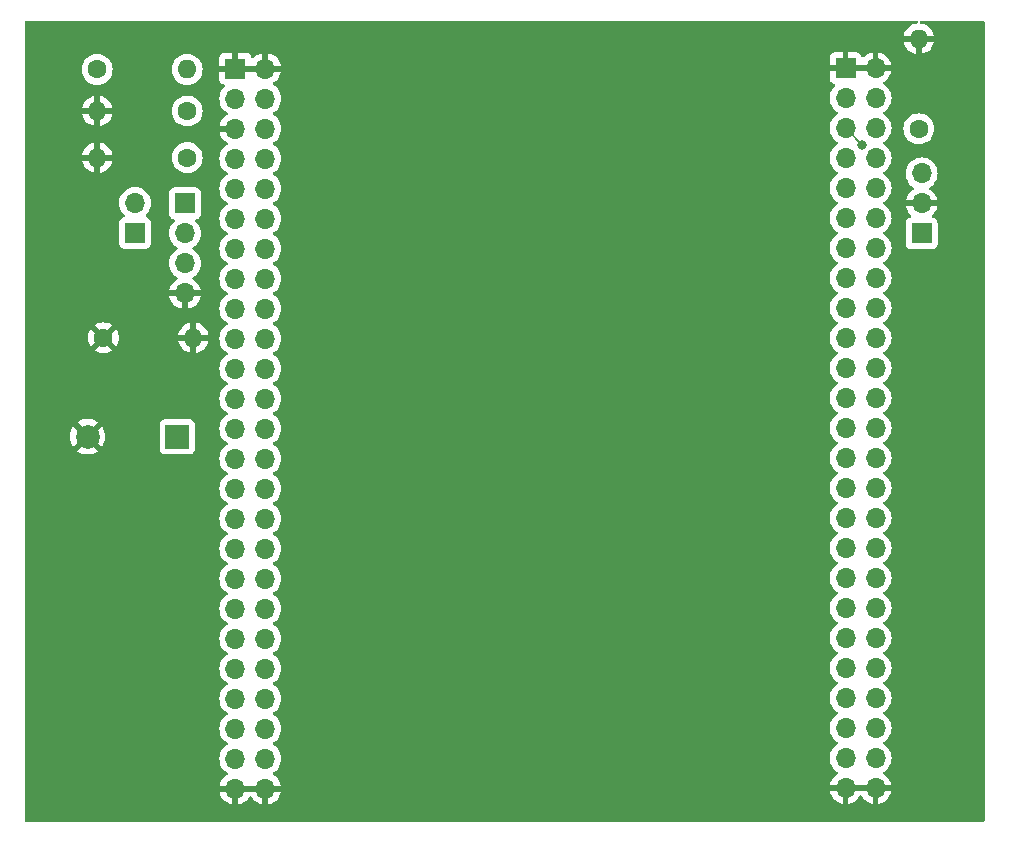
<source format=gbr>
%TF.GenerationSoftware,KiCad,Pcbnew,7.0.1*%
%TF.CreationDate,2023-05-28T14:58:13-06:00*%
%TF.ProjectId,Phase D,50686173-6520-4442-9e6b-696361645f70,rev?*%
%TF.SameCoordinates,Original*%
%TF.FileFunction,Copper,L2,Bot*%
%TF.FilePolarity,Positive*%
%FSLAX46Y46*%
G04 Gerber Fmt 4.6, Leading zero omitted, Abs format (unit mm)*
G04 Created by KiCad (PCBNEW 7.0.1) date 2023-05-28 14:58:13*
%MOMM*%
%LPD*%
G01*
G04 APERTURE LIST*
%TA.AperFunction,ComponentPad*%
%ADD10R,1.700000X1.700000*%
%TD*%
%TA.AperFunction,ComponentPad*%
%ADD11O,1.700000X1.700000*%
%TD*%
%TA.AperFunction,ComponentPad*%
%ADD12C,1.600000*%
%TD*%
%TA.AperFunction,ComponentPad*%
%ADD13O,1.600000X1.600000*%
%TD*%
%TA.AperFunction,ComponentPad*%
%ADD14R,2.000000X2.000000*%
%TD*%
%TA.AperFunction,ComponentPad*%
%ADD15C,2.000000*%
%TD*%
%TA.AperFunction,ViaPad*%
%ADD16C,0.600000*%
%TD*%
%TA.AperFunction,ViaPad*%
%ADD17C,0.800000*%
%TD*%
%TA.AperFunction,Conductor*%
%ADD18C,0.203200*%
%TD*%
G04 APERTURE END LIST*
D10*
%TO.P,J6,1,Pin_1*%
%TO.N,IR*%
X199440000Y-81040000D03*
D11*
%TO.P,J6,2,Pin_2*%
%TO.N,GND*%
X199440000Y-78500000D03*
%TO.P,J6,3,Pin_3*%
%TO.N,+5V*%
X199440000Y-75960000D03*
%TD*%
D12*
%TO.P,R4,1*%
%TO.N,+3.3V*%
X199200000Y-72180000D03*
D13*
%TO.P,R4,2*%
%TO.N,GND*%
X199200000Y-64560000D03*
%TD*%
D12*
%TO.P,TH1,1*%
%TO.N,+3.3V*%
X129640000Y-67150000D03*
D13*
%TO.P,TH1,2*%
%TO.N,Therm*%
X137260000Y-67150000D03*
%TD*%
D12*
%TO.P,R2,1*%
%TO.N,GND*%
X130165000Y-89875000D03*
D13*
%TO.P,R2,2*%
X137785000Y-89875000D03*
%TD*%
D10*
%TO.P,J7,1,Pin_1*%
%TO.N,+3.3V*%
X132850000Y-81000000D03*
D11*
%TO.P,J7,2,Pin_2*%
%TO.N,P_Sen*%
X132850000Y-78460000D03*
%TD*%
D12*
%TO.P,R3,1*%
%TO.N,P_Sen*%
X137265000Y-74625000D03*
D13*
%TO.P,R3,2*%
%TO.N,GND*%
X129645000Y-74625000D03*
%TD*%
D10*
%TO.P,J1,1,Pin_1*%
%TO.N,GND*%
X193000000Y-67025000D03*
D11*
%TO.P,J1,2,Pin_2*%
X195540000Y-67025000D03*
%TO.P,J1,3,Pin_3*%
%TO.N,+5V*%
X193000000Y-69565000D03*
%TO.P,J1,4,Pin_4*%
X195540000Y-69565000D03*
%TO.P,J1,5,Pin_5*%
%TO.N,+3.3V*%
X193000000Y-72105000D03*
%TO.P,J1,6,Pin_6*%
X195540000Y-72105000D03*
%TO.P,J1,7,Pin_7*%
%TO.N,unconnected-(J1-Pin_7-Pad7)*%
X193000000Y-74645000D03*
%TO.P,J1,8,Pin_8*%
%TO.N,unconnected-(J1-Pin_8-Pad8)*%
X195540000Y-74645000D03*
%TO.P,J1,9,Pin_9*%
%TO.N,unconnected-(J1-Pin_9-Pad9)*%
X193000000Y-77185000D03*
%TO.P,J1,10,Pin_10*%
%TO.N,unconnected-(J1-Pin_10-Pad10)*%
X195540000Y-77185000D03*
%TO.P,J1,11,Pin_11*%
%TO.N,unconnected-(J1-Pin_11-Pad11)*%
X193000000Y-79725000D03*
%TO.P,J1,12,Pin_12*%
%TO.N,unconnected-(J1-Pin_12-Pad12)*%
X195540000Y-79725000D03*
%TO.P,J1,13,Pin_13*%
%TO.N,unconnected-(J1-Pin_13-Pad13)*%
X193000000Y-82265000D03*
%TO.P,J1,14,Pin_14*%
%TO.N,unconnected-(J1-Pin_14-Pad14)*%
X195540000Y-82265000D03*
%TO.P,J1,15,Pin_15*%
%TO.N,unconnected-(J1-Pin_15-Pad15)*%
X193000000Y-84805000D03*
%TO.P,J1,16,Pin_16*%
%TO.N,unconnected-(J1-Pin_16-Pad16)*%
X195540000Y-84805000D03*
%TO.P,J1,17,Pin_17*%
%TO.N,unconnected-(J1-Pin_17-Pad17)*%
X193000000Y-87345000D03*
%TO.P,J1,18,Pin_18*%
%TO.N,unconnected-(J1-Pin_18-Pad18)*%
X195540000Y-87345000D03*
%TO.P,J1,19,Pin_19*%
%TO.N,unconnected-(J1-Pin_19-Pad19)*%
X193000000Y-89885000D03*
%TO.P,J1,20,Pin_20*%
%TO.N,unconnected-(J1-Pin_20-Pad20)*%
X195540000Y-89885000D03*
%TO.P,J1,21,Pin_21*%
%TO.N,unconnected-(J1-Pin_21-Pad21)*%
X193000000Y-92425000D03*
%TO.P,J1,22,Pin_22*%
%TO.N,unconnected-(J1-Pin_22-Pad22)*%
X195540000Y-92425000D03*
%TO.P,J1,23,Pin_23*%
%TO.N,unconnected-(J1-Pin_23-Pad23)*%
X193000000Y-94965000D03*
%TO.P,J1,24,Pin_24*%
%TO.N,unconnected-(J1-Pin_24-Pad24)*%
X195540000Y-94965000D03*
%TO.P,J1,25,Pin_25*%
%TO.N,unconnected-(J1-Pin_25-Pad25)*%
X193000000Y-97505000D03*
%TO.P,J1,26,Pin_26*%
%TO.N,unconnected-(J1-Pin_26-Pad26)*%
X195540000Y-97505000D03*
%TO.P,J1,27,Pin_27*%
%TO.N,unconnected-(J1-Pin_27-Pad27)*%
X193000000Y-100045000D03*
%TO.P,J1,28,Pin_28*%
%TO.N,unconnected-(J1-Pin_28-Pad28)*%
X195540000Y-100045000D03*
%TO.P,J1,29,Pin_29*%
%TO.N,unconnected-(J1-Pin_29-Pad29)*%
X193000000Y-102585000D03*
%TO.P,J1,30,Pin_30*%
%TO.N,unconnected-(J1-Pin_30-Pad30)*%
X195540000Y-102585000D03*
%TO.P,J1,31,Pin_31*%
%TO.N,unconnected-(J1-Pin_31-Pad31)*%
X193000000Y-105125000D03*
%TO.P,J1,32,Pin_32*%
%TO.N,unconnected-(J1-Pin_32-Pad32)*%
X195540000Y-105125000D03*
%TO.P,J1,33,Pin_33*%
%TO.N,unconnected-(J1-Pin_33-Pad33)*%
X193000000Y-107665000D03*
%TO.P,J1,34,Pin_34*%
%TO.N,unconnected-(J1-Pin_34-Pad34)*%
X195540000Y-107665000D03*
%TO.P,J1,35,Pin_35*%
%TO.N,unconnected-(J1-Pin_35-Pad35)*%
X193000000Y-110205000D03*
%TO.P,J1,36,Pin_36*%
%TO.N,unconnected-(J1-Pin_36-Pad36)*%
X195540000Y-110205000D03*
%TO.P,J1,37,Pin_37*%
%TO.N,unconnected-(J1-Pin_37-Pad37)*%
X193000000Y-112745000D03*
%TO.P,J1,38,Pin_38*%
%TO.N,unconnected-(J1-Pin_38-Pad38)*%
X195540000Y-112745000D03*
%TO.P,J1,39,Pin_39*%
%TO.N,unconnected-(J1-Pin_39-Pad39)*%
X193000000Y-115285000D03*
%TO.P,J1,40,Pin_40*%
%TO.N,unconnected-(J1-Pin_40-Pad40)*%
X195540000Y-115285000D03*
%TO.P,J1,41,Pin_41*%
%TO.N,unconnected-(J1-Pin_41-Pad41)*%
X193000000Y-117825000D03*
%TO.P,J1,42,Pin_42*%
%TO.N,unconnected-(J1-Pin_42-Pad42)*%
X195540000Y-117825000D03*
%TO.P,J1,43,Pin_43*%
%TO.N,unconnected-(J1-Pin_43-Pad43)*%
X193000000Y-120365000D03*
%TO.P,J1,44,Pin_44*%
%TO.N,unconnected-(J1-Pin_44-Pad44)*%
X195540000Y-120365000D03*
%TO.P,J1,45,Pin_45*%
%TO.N,unconnected-(J1-Pin_45-Pad45)*%
X193000000Y-122905000D03*
%TO.P,J1,46,Pin_46*%
%TO.N,unconnected-(J1-Pin_46-Pad46)*%
X195540000Y-122905000D03*
%TO.P,J1,47,Pin_47*%
%TO.N,unconnected-(J1-Pin_47-Pad47)*%
X193000000Y-125445000D03*
%TO.P,J1,48,Pin_48*%
%TO.N,unconnected-(J1-Pin_48-Pad48)*%
X195540000Y-125445000D03*
%TO.P,J1,49,Pin_49*%
%TO.N,GND*%
X193000000Y-127985000D03*
%TO.P,J1,50,Pin_50*%
X195540000Y-127985000D03*
%TD*%
D12*
%TO.P,R1,1*%
%TO.N,Therm*%
X137265000Y-70675000D03*
D13*
%TO.P,R1,2*%
%TO.N,GND*%
X129645000Y-70675000D03*
%TD*%
D10*
%TO.P,J8,1,Pin_1*%
%TO.N,GND*%
X141335000Y-67090000D03*
D11*
%TO.P,J8,2,Pin_2*%
X143875000Y-67090000D03*
%TO.P,J8,3,Pin_3*%
%TO.N,unconnected-(J8-Pin_3-Pad3)*%
X141335000Y-69630000D03*
%TO.P,J8,4,Pin_4*%
%TO.N,unconnected-(J8-Pin_4-Pad4)*%
X143875000Y-69630000D03*
%TO.P,J8,5,Pin_5*%
%TO.N,GND*%
X141335000Y-72170000D03*
%TO.P,J8,6,Pin_6*%
%TO.N,unconnected-(J8-Pin_6-Pad6)*%
X143875000Y-72170000D03*
%TO.P,J8,7,Pin_7*%
%TO.N,P_Sen*%
X141335000Y-74710000D03*
%TO.P,J8,8,Pin_8*%
%TO.N,unconnected-(J8-Pin_8-Pad8)*%
X143875000Y-74710000D03*
%TO.P,J8,9,Pin_9*%
%TO.N,unconnected-(J8-Pin_9-Pad9)*%
X141335000Y-77250000D03*
%TO.P,J8,10,Pin_10*%
%TO.N,Therm*%
X143875000Y-77250000D03*
%TO.P,J8,11,Pin_11*%
%TO.N,Echo*%
X141335000Y-79790000D03*
%TO.P,J8,12,Pin_12*%
%TO.N,unconnected-(J8-Pin_12-Pad12)*%
X143875000Y-79790000D03*
%TO.P,J8,13,Pin_13*%
%TO.N,Trig*%
X141335000Y-82330000D03*
%TO.P,J8,14,Pin_14*%
%TO.N,IR*%
X143875000Y-82330000D03*
%TO.P,J8,15,Pin_15*%
%TO.N,unconnected-(J8-Pin_15-Pad15)*%
X141335000Y-84870000D03*
%TO.P,J8,16,Pin_16*%
%TO.N,unconnected-(J8-Pin_16-Pad16)*%
X143875000Y-84870000D03*
%TO.P,J8,17,Pin_17*%
%TO.N,unconnected-(J8-Pin_17-Pad17)*%
X141335000Y-87410000D03*
%TO.P,J8,18,Pin_18*%
%TO.N,unconnected-(J8-Pin_18-Pad18)*%
X143875000Y-87410000D03*
%TO.P,J8,19,Pin_19*%
%TO.N,unconnected-(J8-Pin_19-Pad19)*%
X141335000Y-89950000D03*
%TO.P,J8,20,Pin_20*%
%TO.N,unconnected-(J8-Pin_20-Pad20)*%
X143875000Y-89950000D03*
%TO.P,J8,21,Pin_21*%
%TO.N,Buzz*%
X141335000Y-92490000D03*
%TO.P,J8,22,Pin_22*%
%TO.N,unconnected-(J8-Pin_22-Pad22)*%
X143875000Y-92490000D03*
%TO.P,J8,23,Pin_23*%
%TO.N,unconnected-(J8-Pin_23-Pad23)*%
X141335000Y-95030000D03*
%TO.P,J8,24,Pin_24*%
%TO.N,unconnected-(J8-Pin_24-Pad24)*%
X143875000Y-95030000D03*
%TO.P,J8,25,Pin_25*%
%TO.N,unconnected-(J8-Pin_25-Pad25)*%
X141335000Y-97570000D03*
%TO.P,J8,26,Pin_26*%
%TO.N,unconnected-(J8-Pin_26-Pad26)*%
X143875000Y-97570000D03*
%TO.P,J8,27,Pin_27*%
%TO.N,unconnected-(J8-Pin_27-Pad27)*%
X141335000Y-100110000D03*
%TO.P,J8,28,Pin_28*%
%TO.N,unconnected-(J8-Pin_28-Pad28)*%
X143875000Y-100110000D03*
%TO.P,J8,29,Pin_29*%
%TO.N,unconnected-(J8-Pin_29-Pad29)*%
X141335000Y-102650000D03*
%TO.P,J8,30,Pin_30*%
%TO.N,unconnected-(J8-Pin_30-Pad30)*%
X143875000Y-102650000D03*
%TO.P,J8,31,Pin_31*%
%TO.N,unconnected-(J8-Pin_31-Pad31)*%
X141335000Y-105190000D03*
%TO.P,J8,32,Pin_32*%
%TO.N,unconnected-(J8-Pin_32-Pad32)*%
X143875000Y-105190000D03*
%TO.P,J8,33,Pin_33*%
%TO.N,unconnected-(J8-Pin_33-Pad33)*%
X141335000Y-107730000D03*
%TO.P,J8,34,Pin_34*%
%TO.N,unconnected-(J8-Pin_34-Pad34)*%
X143875000Y-107730000D03*
%TO.P,J8,35,Pin_35*%
%TO.N,unconnected-(J8-Pin_35-Pad35)*%
X141335000Y-110270000D03*
%TO.P,J8,36,Pin_36*%
%TO.N,unconnected-(J8-Pin_36-Pad36)*%
X143875000Y-110270000D03*
%TO.P,J8,37,Pin_37*%
%TO.N,unconnected-(J8-Pin_37-Pad37)*%
X141335000Y-112810000D03*
%TO.P,J8,38,Pin_38*%
%TO.N,unconnected-(J8-Pin_38-Pad38)*%
X143875000Y-112810000D03*
%TO.P,J8,39,Pin_39*%
%TO.N,unconnected-(J8-Pin_39-Pad39)*%
X141335000Y-115350000D03*
%TO.P,J8,40,Pin_40*%
%TO.N,unconnected-(J8-Pin_40-Pad40)*%
X143875000Y-115350000D03*
%TO.P,J8,41,Pin_41*%
%TO.N,unconnected-(J8-Pin_41-Pad41)*%
X141335000Y-117890000D03*
%TO.P,J8,42,Pin_42*%
%TO.N,unconnected-(J8-Pin_42-Pad42)*%
X143875000Y-117890000D03*
%TO.P,J8,43,Pin_43*%
%TO.N,unconnected-(J8-Pin_43-Pad43)*%
X141335000Y-120430000D03*
%TO.P,J8,44,Pin_44*%
%TO.N,unconnected-(J8-Pin_44-Pad44)*%
X143875000Y-120430000D03*
%TO.P,J8,45,Pin_45*%
%TO.N,unconnected-(J8-Pin_45-Pad45)*%
X141335000Y-122970000D03*
%TO.P,J8,46,Pin_46*%
%TO.N,unconnected-(J8-Pin_46-Pad46)*%
X143875000Y-122970000D03*
%TO.P,J8,47,Pin_47*%
%TO.N,unconnected-(J8-Pin_47-Pad47)*%
X141335000Y-125510000D03*
%TO.P,J8,48,Pin_48*%
%TO.N,unconnected-(J8-Pin_48-Pad48)*%
X143875000Y-125510000D03*
%TO.P,J8,49,Pin_49*%
%TO.N,GND*%
X141335000Y-128050000D03*
%TO.P,J8,50,Pin_50*%
X143875000Y-128050000D03*
%TD*%
D10*
%TO.P,J5,1,Pin_1*%
%TO.N,+5V*%
X137075000Y-78500000D03*
D11*
%TO.P,J5,2,Pin_2*%
%TO.N,Echo*%
X137075000Y-81040000D03*
%TO.P,J5,3,Pin_3*%
%TO.N,Trig*%
X137075000Y-83580000D03*
%TO.P,J5,4,Pin_4*%
%TO.N,GND*%
X137075000Y-86120000D03*
%TD*%
D14*
%TO.P,LS1,1,1*%
%TO.N,Buzz*%
X136425000Y-98250000D03*
D15*
%TO.P,LS1,2,2*%
%TO.N,GND*%
X128825000Y-98250000D03*
%TD*%
D16*
%TO.N,GND*%
X139475000Y-128050000D03*
X195600000Y-65275000D03*
X199200000Y-66200000D03*
X197400000Y-127985000D03*
X128000000Y-74600000D03*
X126850000Y-98275000D03*
X137050000Y-87950000D03*
X201150000Y-78525000D03*
X139575000Y-66975000D03*
X137775000Y-88300000D03*
X128050000Y-70650000D03*
X130150000Y-88050000D03*
X145650000Y-66975000D03*
X139700000Y-71675000D03*
X145650000Y-128050000D03*
X193000000Y-65325000D03*
X191262500Y-128012500D03*
D17*
%TO.N,+3.3V*%
X194392557Y-73517558D03*
%TD*%
D18*
%TO.N,+3.3V*%
X194392557Y-73517558D02*
X193000000Y-72125001D01*
X193000000Y-72125001D02*
X193000000Y-72105000D01*
%TD*%
%TA.AperFunction,Conductor*%
%TO.N,GND*%
G36*
X199049658Y-63040723D02*
G01*
X199094765Y-63083903D01*
X199113108Y-63143591D01*
X199100036Y-63204651D01*
X199058864Y-63251599D01*
X199000033Y-63272528D01*
X198973397Y-63274858D01*
X198753673Y-63333733D01*
X198547519Y-63429865D01*
X198361180Y-63560341D01*
X198200341Y-63721180D01*
X198069865Y-63907519D01*
X197973733Y-64113673D01*
X197921128Y-64309999D01*
X197921128Y-64310000D01*
X200478872Y-64310000D01*
X200478871Y-64309999D01*
X200426266Y-64113673D01*
X200330134Y-63907519D01*
X200199658Y-63721180D01*
X200038819Y-63560341D01*
X199852480Y-63429865D01*
X199646326Y-63333733D01*
X199426602Y-63274858D01*
X199399967Y-63272528D01*
X199341136Y-63251599D01*
X199299964Y-63204651D01*
X199286892Y-63143591D01*
X199305235Y-63083903D01*
X199350342Y-63040723D01*
X199410774Y-63025000D01*
X204651000Y-63025000D01*
X204713000Y-63041613D01*
X204758387Y-63087000D01*
X204775000Y-63149000D01*
X204775000Y-130726000D01*
X204758387Y-130788000D01*
X204713000Y-130833387D01*
X204651000Y-130850000D01*
X123674500Y-130850000D01*
X123612500Y-130833387D01*
X123567113Y-130788000D01*
X123550500Y-130726000D01*
X123550500Y-128300000D01*
X140004364Y-128300000D01*
X140061569Y-128513492D01*
X140161399Y-128727576D01*
X140296893Y-128921081D01*
X140463918Y-129088106D01*
X140657423Y-129223600D01*
X140871507Y-129323430D01*
X141084999Y-129380635D01*
X141085000Y-129380636D01*
X141085000Y-128300000D01*
X141585000Y-128300000D01*
X141585000Y-129380635D01*
X141798492Y-129323430D01*
X142012576Y-129223600D01*
X142206081Y-129088106D01*
X142373106Y-128921081D01*
X142503425Y-128734968D01*
X142547743Y-128696103D01*
X142605000Y-128682092D01*
X142662257Y-128696103D01*
X142706575Y-128734968D01*
X142836893Y-128921081D01*
X143003918Y-129088106D01*
X143197423Y-129223600D01*
X143411507Y-129323430D01*
X143624999Y-129380635D01*
X143625000Y-129380636D01*
X143625000Y-128300000D01*
X144125000Y-128300000D01*
X144125000Y-129380635D01*
X144338492Y-129323430D01*
X144552576Y-129223600D01*
X144746081Y-129088106D01*
X144913106Y-128921081D01*
X145048600Y-128727576D01*
X145148430Y-128513492D01*
X145205636Y-128300000D01*
X144125000Y-128300000D01*
X143625000Y-128300000D01*
X141585000Y-128300000D01*
X141085000Y-128300000D01*
X140004364Y-128300000D01*
X123550500Y-128300000D01*
X123550500Y-128235000D01*
X191669364Y-128235000D01*
X191726569Y-128448492D01*
X191826399Y-128662576D01*
X191961893Y-128856081D01*
X192128918Y-129023106D01*
X192322423Y-129158600D01*
X192536507Y-129258430D01*
X192749999Y-129315635D01*
X192750000Y-129315636D01*
X192750000Y-128235000D01*
X193250000Y-128235000D01*
X193250000Y-129315635D01*
X193463492Y-129258430D01*
X193677576Y-129158600D01*
X193871081Y-129023106D01*
X194038106Y-128856081D01*
X194168425Y-128669968D01*
X194212743Y-128631103D01*
X194270000Y-128617092D01*
X194327257Y-128631103D01*
X194371575Y-128669968D01*
X194501893Y-128856081D01*
X194668918Y-129023106D01*
X194862423Y-129158600D01*
X195076507Y-129258430D01*
X195289999Y-129315635D01*
X195290000Y-129315636D01*
X195290000Y-128235000D01*
X195790000Y-128235000D01*
X195790000Y-129315635D01*
X196003492Y-129258430D01*
X196217576Y-129158600D01*
X196411081Y-129023106D01*
X196578106Y-128856081D01*
X196713600Y-128662576D01*
X196813430Y-128448492D01*
X196870636Y-128235000D01*
X195790000Y-128235000D01*
X195290000Y-128235000D01*
X193250000Y-128235000D01*
X192750000Y-128235000D01*
X191669364Y-128235000D01*
X123550500Y-128235000D01*
X123550500Y-125510000D01*
X139979340Y-125510000D01*
X139999936Y-125745407D01*
X140044709Y-125912502D01*
X140061097Y-125973663D01*
X140160965Y-126187830D01*
X140296505Y-126381401D01*
X140463599Y-126548495D01*
X140649597Y-126678732D01*
X140688460Y-126723048D01*
X140702471Y-126780305D01*
X140688461Y-126837561D01*
X140649595Y-126881880D01*
X140463919Y-127011892D01*
X140296890Y-127178921D01*
X140161400Y-127372421D01*
X140061569Y-127586507D01*
X140004364Y-127799999D01*
X140004364Y-127800000D01*
X145205636Y-127800000D01*
X145205635Y-127799999D01*
X145148430Y-127586507D01*
X145048599Y-127372421D01*
X144913109Y-127178921D01*
X144746081Y-127011893D01*
X144560404Y-126881880D01*
X144521539Y-126837562D01*
X144507528Y-126780305D01*
X144521539Y-126723048D01*
X144560402Y-126678732D01*
X144746401Y-126548495D01*
X144913495Y-126381401D01*
X145049035Y-126187830D01*
X145148903Y-125973663D01*
X145210063Y-125745408D01*
X145230659Y-125510000D01*
X145224972Y-125444999D01*
X191644340Y-125444999D01*
X191664936Y-125680407D01*
X191682353Y-125745407D01*
X191726097Y-125908663D01*
X191825965Y-126122830D01*
X191961505Y-126316401D01*
X192128599Y-126483495D01*
X192314597Y-126613732D01*
X192353460Y-126658048D01*
X192367471Y-126715305D01*
X192353461Y-126772561D01*
X192314595Y-126816880D01*
X192128919Y-126946892D01*
X191961890Y-127113921D01*
X191826400Y-127307421D01*
X191726569Y-127521507D01*
X191669364Y-127734999D01*
X191669364Y-127735000D01*
X196870636Y-127735000D01*
X196870635Y-127734999D01*
X196813430Y-127521507D01*
X196713599Y-127307421D01*
X196578109Y-127113921D01*
X196411081Y-126946893D01*
X196225404Y-126816880D01*
X196186539Y-126772562D01*
X196172528Y-126715305D01*
X196186539Y-126658048D01*
X196225402Y-126613732D01*
X196411401Y-126483495D01*
X196578495Y-126316401D01*
X196714035Y-126122830D01*
X196813903Y-125908663D01*
X196875063Y-125680408D01*
X196895659Y-125445000D01*
X196875063Y-125209592D01*
X196813903Y-124981337D01*
X196714035Y-124767171D01*
X196578495Y-124573599D01*
X196411401Y-124406505D01*
X196225839Y-124276573D01*
X196186975Y-124232257D01*
X196172964Y-124175000D01*
X196186975Y-124117743D01*
X196225839Y-124073426D01*
X196411401Y-123943495D01*
X196578495Y-123776401D01*
X196714035Y-123582830D01*
X196813903Y-123368663D01*
X196875063Y-123140408D01*
X196895659Y-122905000D01*
X196875063Y-122669592D01*
X196813903Y-122441337D01*
X196714035Y-122227171D01*
X196578495Y-122033599D01*
X196411401Y-121866505D01*
X196225839Y-121736573D01*
X196186975Y-121692257D01*
X196172964Y-121635000D01*
X196186975Y-121577743D01*
X196225839Y-121533426D01*
X196411401Y-121403495D01*
X196578495Y-121236401D01*
X196714035Y-121042830D01*
X196813903Y-120828663D01*
X196875063Y-120600408D01*
X196895659Y-120365000D01*
X196875063Y-120129592D01*
X196813903Y-119901337D01*
X196714035Y-119687171D01*
X196578495Y-119493599D01*
X196411401Y-119326505D01*
X196225839Y-119196573D01*
X196186975Y-119152257D01*
X196172964Y-119095000D01*
X196186975Y-119037743D01*
X196225839Y-118993426D01*
X196411401Y-118863495D01*
X196578495Y-118696401D01*
X196714035Y-118502830D01*
X196813903Y-118288663D01*
X196875063Y-118060408D01*
X196895659Y-117825000D01*
X196875063Y-117589592D01*
X196813903Y-117361337D01*
X196714035Y-117147171D01*
X196578495Y-116953599D01*
X196411401Y-116786505D01*
X196225839Y-116656573D01*
X196186976Y-116612257D01*
X196172965Y-116555000D01*
X196186976Y-116497743D01*
X196225839Y-116453426D01*
X196411401Y-116323495D01*
X196578495Y-116156401D01*
X196714035Y-115962830D01*
X196813903Y-115748663D01*
X196875063Y-115520408D01*
X196895659Y-115285000D01*
X196875063Y-115049592D01*
X196813903Y-114821337D01*
X196714035Y-114607171D01*
X196578495Y-114413599D01*
X196411401Y-114246505D01*
X196225839Y-114116573D01*
X196186975Y-114072257D01*
X196172964Y-114015000D01*
X196186975Y-113957743D01*
X196225839Y-113913426D01*
X196411401Y-113783495D01*
X196578495Y-113616401D01*
X196714035Y-113422830D01*
X196813903Y-113208663D01*
X196875063Y-112980408D01*
X196895659Y-112745000D01*
X196875063Y-112509592D01*
X196813903Y-112281337D01*
X196714035Y-112067171D01*
X196578495Y-111873599D01*
X196411401Y-111706505D01*
X196225839Y-111576573D01*
X196186974Y-111532255D01*
X196172964Y-111474999D01*
X196186975Y-111417742D01*
X196225837Y-111373428D01*
X196411401Y-111243495D01*
X196578495Y-111076401D01*
X196714035Y-110882830D01*
X196813903Y-110668663D01*
X196875063Y-110440408D01*
X196895659Y-110205000D01*
X196875063Y-109969592D01*
X196813903Y-109741337D01*
X196714035Y-109527171D01*
X196578495Y-109333599D01*
X196411401Y-109166505D01*
X196225839Y-109036573D01*
X196186974Y-108992255D01*
X196172964Y-108934999D01*
X196186975Y-108877742D01*
X196225837Y-108833428D01*
X196411401Y-108703495D01*
X196578495Y-108536401D01*
X196714035Y-108342830D01*
X196813903Y-108128663D01*
X196875063Y-107900408D01*
X196895659Y-107665000D01*
X196875063Y-107429592D01*
X196813903Y-107201337D01*
X196714035Y-106987171D01*
X196578495Y-106793599D01*
X196411401Y-106626505D01*
X196225839Y-106496573D01*
X196186974Y-106452255D01*
X196172964Y-106394999D01*
X196186975Y-106337742D01*
X196225837Y-106293428D01*
X196411401Y-106163495D01*
X196578495Y-105996401D01*
X196714035Y-105802830D01*
X196813903Y-105588663D01*
X196875063Y-105360408D01*
X196895659Y-105125000D01*
X196875063Y-104889592D01*
X196813903Y-104661337D01*
X196714035Y-104447171D01*
X196578495Y-104253599D01*
X196411401Y-104086505D01*
X196225839Y-103956573D01*
X196186975Y-103912257D01*
X196172964Y-103855000D01*
X196186975Y-103797743D01*
X196225839Y-103753426D01*
X196411401Y-103623495D01*
X196578495Y-103456401D01*
X196714035Y-103262830D01*
X196813903Y-103048663D01*
X196875063Y-102820408D01*
X196895659Y-102585000D01*
X196875063Y-102349592D01*
X196813903Y-102121337D01*
X196714035Y-101907171D01*
X196578495Y-101713599D01*
X196411401Y-101546505D01*
X196225839Y-101416573D01*
X196186976Y-101372257D01*
X196172965Y-101315000D01*
X196186976Y-101257743D01*
X196225839Y-101213426D01*
X196411401Y-101083495D01*
X196578495Y-100916401D01*
X196714035Y-100722830D01*
X196813903Y-100508663D01*
X196875063Y-100280408D01*
X196895659Y-100045000D01*
X196875063Y-99809592D01*
X196813903Y-99581337D01*
X196714035Y-99367171D01*
X196578495Y-99173599D01*
X196411401Y-99006505D01*
X196225839Y-98876573D01*
X196186975Y-98832257D01*
X196172964Y-98775000D01*
X196186975Y-98717743D01*
X196225839Y-98673426D01*
X196411401Y-98543495D01*
X196578495Y-98376401D01*
X196714035Y-98182830D01*
X196813903Y-97968663D01*
X196875063Y-97740408D01*
X196895659Y-97505000D01*
X196875063Y-97269592D01*
X196813903Y-97041337D01*
X196714035Y-96827171D01*
X196578495Y-96633599D01*
X196411401Y-96466505D01*
X196225839Y-96336573D01*
X196186975Y-96292257D01*
X196172964Y-96235000D01*
X196186975Y-96177743D01*
X196225839Y-96133426D01*
X196411401Y-96003495D01*
X196578495Y-95836401D01*
X196714035Y-95642830D01*
X196813903Y-95428663D01*
X196875063Y-95200408D01*
X196895659Y-94965000D01*
X196875063Y-94729592D01*
X196813903Y-94501337D01*
X196714035Y-94287171D01*
X196578495Y-94093599D01*
X196411401Y-93926505D01*
X196225839Y-93796573D01*
X196186975Y-93752257D01*
X196172964Y-93695000D01*
X196186975Y-93637743D01*
X196225839Y-93593426D01*
X196411401Y-93463495D01*
X196578495Y-93296401D01*
X196714035Y-93102830D01*
X196813903Y-92888663D01*
X196875063Y-92660408D01*
X196895659Y-92425000D01*
X196875063Y-92189592D01*
X196813903Y-91961337D01*
X196714035Y-91747171D01*
X196578495Y-91553599D01*
X196411401Y-91386505D01*
X196225839Y-91256573D01*
X196186975Y-91212257D01*
X196172964Y-91155000D01*
X196186975Y-91097743D01*
X196225839Y-91053426D01*
X196411401Y-90923495D01*
X196578495Y-90756401D01*
X196714035Y-90562830D01*
X196813903Y-90348663D01*
X196875063Y-90120408D01*
X196895659Y-89885000D01*
X196875063Y-89649592D01*
X196813903Y-89421337D01*
X196714035Y-89207171D01*
X196578495Y-89013599D01*
X196411401Y-88846505D01*
X196225839Y-88716573D01*
X196186975Y-88672257D01*
X196172964Y-88615000D01*
X196186975Y-88557743D01*
X196225839Y-88513426D01*
X196411401Y-88383495D01*
X196578495Y-88216401D01*
X196714035Y-88022830D01*
X196813903Y-87808663D01*
X196875063Y-87580408D01*
X196895659Y-87345000D01*
X196875063Y-87109592D01*
X196813903Y-86881337D01*
X196714035Y-86667171D01*
X196578495Y-86473599D01*
X196411401Y-86306505D01*
X196225839Y-86176573D01*
X196186975Y-86132257D01*
X196172964Y-86075000D01*
X196186975Y-86017743D01*
X196225839Y-85973426D01*
X196411401Y-85843495D01*
X196578495Y-85676401D01*
X196714035Y-85482830D01*
X196813903Y-85268663D01*
X196875063Y-85040408D01*
X196895659Y-84805000D01*
X196875063Y-84569592D01*
X196813903Y-84341337D01*
X196714035Y-84127171D01*
X196578495Y-83933599D01*
X196411401Y-83766505D01*
X196225839Y-83636573D01*
X196186976Y-83592257D01*
X196172965Y-83535000D01*
X196186976Y-83477743D01*
X196225839Y-83433426D01*
X196411401Y-83303495D01*
X196578495Y-83136401D01*
X196714035Y-82942830D01*
X196813903Y-82728663D01*
X196875063Y-82500408D01*
X196895659Y-82265000D01*
X196875063Y-82029592D01*
X196850486Y-81937869D01*
X198089500Y-81937869D01*
X198091609Y-81957483D01*
X198095909Y-81997483D01*
X198146204Y-82132331D01*
X198232454Y-82247546D01*
X198347669Y-82333796D01*
X198482517Y-82384091D01*
X198542127Y-82390500D01*
X200337872Y-82390499D01*
X200397483Y-82384091D01*
X200532331Y-82333796D01*
X200647546Y-82247546D01*
X200733796Y-82132331D01*
X200784091Y-81997483D01*
X200790500Y-81937873D01*
X200790499Y-80142128D01*
X200784091Y-80082517D01*
X200733796Y-79947669D01*
X200647546Y-79832454D01*
X200532331Y-79746204D01*
X200400399Y-79696996D01*
X200350021Y-79662018D01*
X200322568Y-79607173D01*
X200324757Y-79545880D01*
X200356053Y-79493133D01*
X200478109Y-79371077D01*
X200613600Y-79177576D01*
X200713430Y-78963492D01*
X200770636Y-78750000D01*
X198109364Y-78750000D01*
X198166569Y-78963492D01*
X198266399Y-79177576D01*
X198401893Y-79371081D01*
X198523946Y-79493134D01*
X198555242Y-79545880D01*
X198557431Y-79607173D01*
X198529978Y-79662018D01*
X198479599Y-79696997D01*
X198347669Y-79746204D01*
X198232454Y-79832454D01*
X198146204Y-79947668D01*
X198095909Y-80082516D01*
X198089500Y-80142130D01*
X198089500Y-81937869D01*
X196850486Y-81937869D01*
X196813903Y-81801337D01*
X196714035Y-81587171D01*
X196578495Y-81393599D01*
X196411401Y-81226505D01*
X196225839Y-81096573D01*
X196186974Y-81052255D01*
X196172964Y-80994999D01*
X196186975Y-80937742D01*
X196225837Y-80893428D01*
X196411401Y-80763495D01*
X196578495Y-80596401D01*
X196714035Y-80402830D01*
X196813903Y-80188663D01*
X196875063Y-79960408D01*
X196895659Y-79725000D01*
X196889053Y-79649500D01*
X196875063Y-79489592D01*
X196866460Y-79457484D01*
X196813903Y-79261337D01*
X196714035Y-79047171D01*
X196578495Y-78853599D01*
X196411401Y-78686505D01*
X196225839Y-78556573D01*
X196186975Y-78512257D01*
X196172964Y-78455000D01*
X196186975Y-78397743D01*
X196225839Y-78353426D01*
X196411401Y-78223495D01*
X196578495Y-78056401D01*
X196714035Y-77862830D01*
X196813903Y-77648663D01*
X196875063Y-77420408D01*
X196895659Y-77185000D01*
X196875063Y-76949592D01*
X196813903Y-76721337D01*
X196714035Y-76507171D01*
X196578495Y-76313599D01*
X196411401Y-76146505D01*
X196225839Y-76016573D01*
X196186975Y-75972257D01*
X196183975Y-75959999D01*
X198084340Y-75959999D01*
X198104936Y-76195407D01*
X198136606Y-76313599D01*
X198166097Y-76423663D01*
X198265965Y-76637830D01*
X198401505Y-76831401D01*
X198568599Y-76998495D01*
X198754597Y-77128732D01*
X198793460Y-77173048D01*
X198807471Y-77230305D01*
X198793461Y-77287561D01*
X198754595Y-77331880D01*
X198568919Y-77461892D01*
X198401890Y-77628921D01*
X198266400Y-77822421D01*
X198166569Y-78036507D01*
X198109364Y-78249999D01*
X198109364Y-78250000D01*
X200770636Y-78250000D01*
X200770635Y-78249999D01*
X200713430Y-78036507D01*
X200613599Y-77822421D01*
X200478109Y-77628921D01*
X200311081Y-77461893D01*
X200125404Y-77331880D01*
X200086539Y-77287562D01*
X200072528Y-77230305D01*
X200086539Y-77173048D01*
X200125402Y-77128732D01*
X200311401Y-76998495D01*
X200478495Y-76831401D01*
X200614035Y-76637830D01*
X200713903Y-76423663D01*
X200775063Y-76195408D01*
X200795659Y-75960000D01*
X200786712Y-75857743D01*
X200775063Y-75724592D01*
X200736696Y-75581404D01*
X200713903Y-75496337D01*
X200614035Y-75282171D01*
X200478495Y-75088599D01*
X200311401Y-74921505D01*
X200117830Y-74785965D01*
X199903663Y-74686097D01*
X199842501Y-74669709D01*
X199675407Y-74624936D01*
X199440000Y-74604340D01*
X199204592Y-74624936D01*
X198976336Y-74686097D01*
X198762170Y-74785965D01*
X198568598Y-74921505D01*
X198401505Y-75088598D01*
X198265965Y-75282170D01*
X198166097Y-75496336D01*
X198104936Y-75724592D01*
X198084340Y-75959999D01*
X196183975Y-75959999D01*
X196172964Y-75915000D01*
X196186975Y-75857743D01*
X196225839Y-75813426D01*
X196411401Y-75683495D01*
X196578495Y-75516401D01*
X196714035Y-75322830D01*
X196813903Y-75108663D01*
X196875063Y-74880408D01*
X196895659Y-74645000D01*
X196875063Y-74409592D01*
X196813903Y-74181337D01*
X196714035Y-73967171D01*
X196578495Y-73773599D01*
X196411401Y-73606505D01*
X196225839Y-73476573D01*
X196186974Y-73432255D01*
X196172964Y-73374999D01*
X196186975Y-73317742D01*
X196225837Y-73273428D01*
X196411401Y-73143495D01*
X196578495Y-72976401D01*
X196714035Y-72782830D01*
X196813903Y-72568663D01*
X196875063Y-72340408D01*
X196889097Y-72180000D01*
X197894531Y-72180000D01*
X197914364Y-72406689D01*
X197973261Y-72626497D01*
X198069432Y-72832735D01*
X198199953Y-73019140D01*
X198360859Y-73180046D01*
X198547264Y-73310567D01*
X198547265Y-73310567D01*
X198547266Y-73310568D01*
X198753504Y-73406739D01*
X198973308Y-73465635D01*
X199200000Y-73485468D01*
X199426692Y-73465635D01*
X199646496Y-73406739D01*
X199852734Y-73310568D01*
X200039139Y-73180047D01*
X200200047Y-73019139D01*
X200330568Y-72832734D01*
X200426739Y-72626496D01*
X200485635Y-72406692D01*
X200505468Y-72180000D01*
X200485635Y-71953308D01*
X200426739Y-71733504D01*
X200330568Y-71527266D01*
X200321377Y-71514140D01*
X200200046Y-71340859D01*
X200039140Y-71179953D01*
X199852735Y-71049432D01*
X199646497Y-70953261D01*
X199426689Y-70894364D01*
X199199999Y-70874531D01*
X198973310Y-70894364D01*
X198753502Y-70953261D01*
X198547264Y-71049432D01*
X198360859Y-71179953D01*
X198199953Y-71340859D01*
X198069432Y-71527264D01*
X197973261Y-71733502D01*
X197914364Y-71953310D01*
X197894531Y-72180000D01*
X196889097Y-72180000D01*
X196895659Y-72105000D01*
X196875063Y-71869592D01*
X196813903Y-71641337D01*
X196714035Y-71427171D01*
X196578495Y-71233599D01*
X196411401Y-71066505D01*
X196225839Y-70936573D01*
X196186974Y-70892255D01*
X196172964Y-70834999D01*
X196186975Y-70777742D01*
X196225837Y-70733428D01*
X196411401Y-70603495D01*
X196578495Y-70436401D01*
X196714035Y-70242830D01*
X196813903Y-70028663D01*
X196875063Y-69800408D01*
X196895659Y-69565000D01*
X196893859Y-69544432D01*
X196875063Y-69329592D01*
X196831319Y-69166336D01*
X196813903Y-69101337D01*
X196714035Y-68887171D01*
X196578495Y-68693599D01*
X196411401Y-68526505D01*
X196225402Y-68396267D01*
X196186539Y-68351951D01*
X196172528Y-68294694D01*
X196186539Y-68237437D01*
X196225405Y-68193119D01*
X196411078Y-68063109D01*
X196578106Y-67896081D01*
X196713600Y-67702576D01*
X196813430Y-67488492D01*
X196870636Y-67275000D01*
X191650000Y-67275000D01*
X191650000Y-67922824D01*
X191656402Y-67982375D01*
X191706647Y-68117089D01*
X191792811Y-68232188D01*
X191907911Y-68318352D01*
X192039471Y-68367422D01*
X192089850Y-68402401D01*
X192117303Y-68457246D01*
X192115114Y-68518539D01*
X192083819Y-68571285D01*
X191961503Y-68693601D01*
X191825965Y-68887170D01*
X191726097Y-69101336D01*
X191664936Y-69329592D01*
X191644340Y-69564999D01*
X191664936Y-69800407D01*
X191682353Y-69865407D01*
X191726097Y-70028663D01*
X191825965Y-70242830D01*
X191961505Y-70436401D01*
X192128599Y-70603495D01*
X192314160Y-70733426D01*
X192353024Y-70777743D01*
X192367035Y-70835000D01*
X192353024Y-70892257D01*
X192314160Y-70936574D01*
X192220894Y-71001880D01*
X192128595Y-71066508D01*
X191961505Y-71233598D01*
X191825965Y-71427170D01*
X191726097Y-71641336D01*
X191664936Y-71869592D01*
X191644340Y-72105000D01*
X191664936Y-72340407D01*
X191686263Y-72420000D01*
X191726097Y-72568663D01*
X191825965Y-72782830D01*
X191961505Y-72976401D01*
X192128599Y-73143495D01*
X192314160Y-73273426D01*
X192353024Y-73317743D01*
X192367035Y-73375000D01*
X192353024Y-73432257D01*
X192314159Y-73476575D01*
X192128595Y-73606508D01*
X191961505Y-73773598D01*
X191825965Y-73967170D01*
X191726097Y-74181336D01*
X191664936Y-74409592D01*
X191644340Y-74644999D01*
X191664936Y-74880407D01*
X191682353Y-74945407D01*
X191726097Y-75108663D01*
X191825965Y-75322830D01*
X191961505Y-75516401D01*
X192128599Y-75683495D01*
X192314160Y-75813426D01*
X192353024Y-75857743D01*
X192367035Y-75915000D01*
X192353024Y-75972257D01*
X192314159Y-76016575D01*
X192128595Y-76146508D01*
X191961505Y-76313598D01*
X191825965Y-76507170D01*
X191726097Y-76721336D01*
X191664936Y-76949592D01*
X191644340Y-77185000D01*
X191664936Y-77420407D01*
X191709709Y-77587502D01*
X191726097Y-77648663D01*
X191825965Y-77862830D01*
X191961505Y-78056401D01*
X192128599Y-78223495D01*
X192314160Y-78353426D01*
X192353024Y-78397743D01*
X192367035Y-78455000D01*
X192353024Y-78512257D01*
X192314159Y-78556575D01*
X192128595Y-78686508D01*
X191961505Y-78853598D01*
X191825965Y-79047170D01*
X191726097Y-79261336D01*
X191664936Y-79489592D01*
X191644340Y-79724999D01*
X191664936Y-79960407D01*
X191702910Y-80102127D01*
X191726097Y-80188663D01*
X191825965Y-80402830D01*
X191961505Y-80596401D01*
X192128599Y-80763495D01*
X192314160Y-80893426D01*
X192353024Y-80937743D01*
X192367035Y-80995000D01*
X192353024Y-81052257D01*
X192314159Y-81096575D01*
X192128595Y-81226508D01*
X191961505Y-81393598D01*
X191825965Y-81587170D01*
X191726097Y-81801336D01*
X191664936Y-82029592D01*
X191644340Y-82264999D01*
X191664936Y-82500407D01*
X191682353Y-82565407D01*
X191726097Y-82728663D01*
X191825965Y-82942830D01*
X191961505Y-83136401D01*
X192128599Y-83303495D01*
X192314160Y-83433426D01*
X192353024Y-83477743D01*
X192367035Y-83535000D01*
X192353024Y-83592257D01*
X192314159Y-83636575D01*
X192128595Y-83766508D01*
X191961505Y-83933598D01*
X191825965Y-84127170D01*
X191726097Y-84341336D01*
X191664936Y-84569592D01*
X191644340Y-84805000D01*
X191664936Y-85040407D01*
X191682353Y-85105407D01*
X191726097Y-85268663D01*
X191825965Y-85482830D01*
X191961505Y-85676401D01*
X192128599Y-85843495D01*
X192314160Y-85973426D01*
X192353024Y-86017743D01*
X192367035Y-86075000D01*
X192353024Y-86132257D01*
X192314159Y-86176575D01*
X192128595Y-86306508D01*
X191961505Y-86473598D01*
X191825965Y-86667170D01*
X191726097Y-86881336D01*
X191664936Y-87109592D01*
X191644340Y-87344999D01*
X191664936Y-87580407D01*
X191682353Y-87645407D01*
X191726097Y-87808663D01*
X191825965Y-88022830D01*
X191961505Y-88216401D01*
X192128599Y-88383495D01*
X192314160Y-88513426D01*
X192353024Y-88557743D01*
X192367035Y-88615000D01*
X192353024Y-88672257D01*
X192314158Y-88716575D01*
X192200767Y-88795973D01*
X192128595Y-88846508D01*
X191961505Y-89013598D01*
X191825965Y-89207170D01*
X191726097Y-89421336D01*
X191664936Y-89649592D01*
X191644340Y-89885000D01*
X191664936Y-90120407D01*
X191666167Y-90125000D01*
X191726097Y-90348663D01*
X191825965Y-90562830D01*
X191961505Y-90756401D01*
X192128599Y-90923495D01*
X192314160Y-91053426D01*
X192353024Y-91097743D01*
X192367035Y-91155000D01*
X192353024Y-91212257D01*
X192314158Y-91256575D01*
X192221331Y-91321574D01*
X192128595Y-91386508D01*
X191961505Y-91553598D01*
X191825965Y-91747170D01*
X191726097Y-91961336D01*
X191664936Y-92189592D01*
X191644340Y-92424999D01*
X191664936Y-92660407D01*
X191682353Y-92725407D01*
X191726097Y-92888663D01*
X191825965Y-93102830D01*
X191961505Y-93296401D01*
X192128599Y-93463495D01*
X192314160Y-93593426D01*
X192353024Y-93637743D01*
X192367035Y-93695000D01*
X192353024Y-93752257D01*
X192314159Y-93796575D01*
X192128595Y-93926508D01*
X191961505Y-94093598D01*
X191825965Y-94287170D01*
X191726097Y-94501336D01*
X191664936Y-94729592D01*
X191644340Y-94965000D01*
X191664936Y-95200407D01*
X191682353Y-95265407D01*
X191726097Y-95428663D01*
X191825965Y-95642830D01*
X191961505Y-95836401D01*
X192128599Y-96003495D01*
X192314160Y-96133426D01*
X192353024Y-96177743D01*
X192367035Y-96235000D01*
X192353024Y-96292257D01*
X192314159Y-96336575D01*
X192128595Y-96466508D01*
X191961505Y-96633598D01*
X191825965Y-96827170D01*
X191726097Y-97041336D01*
X191664936Y-97269592D01*
X191644340Y-97504999D01*
X191664936Y-97740407D01*
X191682353Y-97805407D01*
X191726097Y-97968663D01*
X191825965Y-98182830D01*
X191961505Y-98376401D01*
X192128599Y-98543495D01*
X192314160Y-98673426D01*
X192353024Y-98717743D01*
X192367035Y-98775000D01*
X192353024Y-98832257D01*
X192314158Y-98876575D01*
X192185920Y-98966369D01*
X192128595Y-99006508D01*
X191961505Y-99173598D01*
X191825965Y-99367170D01*
X191726097Y-99581336D01*
X191664936Y-99809592D01*
X191644340Y-100045000D01*
X191664936Y-100280407D01*
X191682353Y-100345407D01*
X191726097Y-100508663D01*
X191825965Y-100722830D01*
X191961505Y-100916401D01*
X192128599Y-101083495D01*
X192314160Y-101213426D01*
X192353024Y-101257743D01*
X192367035Y-101315000D01*
X192353024Y-101372257D01*
X192314158Y-101416575D01*
X192221331Y-101481574D01*
X192128595Y-101546508D01*
X191961505Y-101713598D01*
X191825965Y-101907170D01*
X191726097Y-102121336D01*
X191664936Y-102349592D01*
X191644340Y-102585000D01*
X191664936Y-102820407D01*
X191682353Y-102885407D01*
X191726097Y-103048663D01*
X191825965Y-103262830D01*
X191961505Y-103456401D01*
X192128599Y-103623495D01*
X192314160Y-103753426D01*
X192353024Y-103797743D01*
X192367035Y-103855000D01*
X192353024Y-103912257D01*
X192314159Y-103956575D01*
X192128595Y-104086508D01*
X191961505Y-104253598D01*
X191825965Y-104447170D01*
X191726097Y-104661336D01*
X191664936Y-104889592D01*
X191644340Y-105124999D01*
X191664936Y-105360407D01*
X191682353Y-105425407D01*
X191726097Y-105588663D01*
X191825965Y-105802830D01*
X191961505Y-105996401D01*
X192128599Y-106163495D01*
X192314160Y-106293426D01*
X192353024Y-106337743D01*
X192367035Y-106395000D01*
X192353024Y-106452257D01*
X192314159Y-106496575D01*
X192128595Y-106626508D01*
X191961505Y-106793598D01*
X191825965Y-106987170D01*
X191726097Y-107201336D01*
X191664936Y-107429592D01*
X191644340Y-107665000D01*
X191664936Y-107900407D01*
X191682353Y-107965407D01*
X191726097Y-108128663D01*
X191825965Y-108342830D01*
X191961505Y-108536401D01*
X192128599Y-108703495D01*
X192314160Y-108833426D01*
X192353024Y-108877743D01*
X192367035Y-108935000D01*
X192353024Y-108992257D01*
X192314160Y-109036574D01*
X192221331Y-109101574D01*
X192128595Y-109166508D01*
X191961505Y-109333598D01*
X191825965Y-109527170D01*
X191726097Y-109741336D01*
X191664936Y-109969592D01*
X191644340Y-110204999D01*
X191664936Y-110440407D01*
X191682353Y-110505407D01*
X191726097Y-110668663D01*
X191825965Y-110882830D01*
X191961505Y-111076401D01*
X192128599Y-111243495D01*
X192314160Y-111373426D01*
X192353024Y-111417743D01*
X192367035Y-111475000D01*
X192353024Y-111532257D01*
X192314159Y-111576575D01*
X192128595Y-111706508D01*
X191961505Y-111873598D01*
X191825965Y-112067170D01*
X191726097Y-112281336D01*
X191664936Y-112509592D01*
X191644340Y-112745000D01*
X191664936Y-112980407D01*
X191682353Y-113045407D01*
X191726097Y-113208663D01*
X191825965Y-113422830D01*
X191961505Y-113616401D01*
X192128599Y-113783495D01*
X192314160Y-113913426D01*
X192353024Y-113957743D01*
X192367035Y-114015000D01*
X192353024Y-114072257D01*
X192314159Y-114116575D01*
X192128595Y-114246508D01*
X191961505Y-114413598D01*
X191825965Y-114607170D01*
X191726097Y-114821336D01*
X191664936Y-115049592D01*
X191644340Y-115284999D01*
X191664936Y-115520407D01*
X191682353Y-115585407D01*
X191726097Y-115748663D01*
X191825965Y-115962830D01*
X191961505Y-116156401D01*
X192128599Y-116323495D01*
X192314160Y-116453426D01*
X192353024Y-116497743D01*
X192367035Y-116555000D01*
X192353024Y-116612257D01*
X192314159Y-116656575D01*
X192128595Y-116786508D01*
X191961505Y-116953598D01*
X191825965Y-117147170D01*
X191726097Y-117361336D01*
X191664936Y-117589592D01*
X191644340Y-117825000D01*
X191664936Y-118060407D01*
X191682353Y-118125407D01*
X191726097Y-118288663D01*
X191825965Y-118502830D01*
X191961505Y-118696401D01*
X192128599Y-118863495D01*
X192314160Y-118993426D01*
X192353024Y-119037743D01*
X192367035Y-119095000D01*
X192353024Y-119152257D01*
X192314158Y-119196575D01*
X192221331Y-119261574D01*
X192128595Y-119326508D01*
X191961505Y-119493598D01*
X191825965Y-119687170D01*
X191726097Y-119901336D01*
X191664936Y-120129592D01*
X191644340Y-120364999D01*
X191664936Y-120600407D01*
X191682353Y-120665407D01*
X191726097Y-120828663D01*
X191825965Y-121042830D01*
X191961505Y-121236401D01*
X192128599Y-121403495D01*
X192314160Y-121533426D01*
X192353024Y-121577743D01*
X192367035Y-121635000D01*
X192353024Y-121692257D01*
X192314159Y-121736575D01*
X192128595Y-121866508D01*
X191961505Y-122033598D01*
X191825965Y-122227170D01*
X191726097Y-122441336D01*
X191664936Y-122669592D01*
X191644340Y-122905000D01*
X191664936Y-123140407D01*
X191682353Y-123205407D01*
X191726097Y-123368663D01*
X191825965Y-123582830D01*
X191961505Y-123776401D01*
X192128599Y-123943495D01*
X192314160Y-124073426D01*
X192353024Y-124117743D01*
X192367035Y-124175000D01*
X192353024Y-124232257D01*
X192314158Y-124276575D01*
X192221331Y-124341574D01*
X192128595Y-124406508D01*
X191961505Y-124573598D01*
X191825965Y-124767170D01*
X191726097Y-124981336D01*
X191664936Y-125209592D01*
X191644340Y-125444999D01*
X145224972Y-125444999D01*
X145210063Y-125274592D01*
X145148903Y-125046337D01*
X145049035Y-124832171D01*
X144913495Y-124638599D01*
X144746401Y-124471505D01*
X144560839Y-124341573D01*
X144521974Y-124297255D01*
X144507964Y-124239999D01*
X144521975Y-124182742D01*
X144560837Y-124138428D01*
X144746401Y-124008495D01*
X144913495Y-123841401D01*
X145049035Y-123647830D01*
X145148903Y-123433663D01*
X145210063Y-123205408D01*
X145230659Y-122970000D01*
X145210063Y-122734592D01*
X145148903Y-122506337D01*
X145049035Y-122292171D01*
X144913495Y-122098599D01*
X144746401Y-121931505D01*
X144560839Y-121801573D01*
X144521975Y-121757257D01*
X144507964Y-121700000D01*
X144521975Y-121642743D01*
X144560839Y-121598426D01*
X144746401Y-121468495D01*
X144913495Y-121301401D01*
X145049035Y-121107830D01*
X145148903Y-120893663D01*
X145210063Y-120665408D01*
X145230659Y-120430000D01*
X145210063Y-120194592D01*
X145148903Y-119966337D01*
X145049035Y-119752171D01*
X144913495Y-119558599D01*
X144746401Y-119391505D01*
X144560839Y-119261573D01*
X144521974Y-119217255D01*
X144507964Y-119159999D01*
X144521975Y-119102742D01*
X144560837Y-119058428D01*
X144746401Y-118928495D01*
X144913495Y-118761401D01*
X145049035Y-118567830D01*
X145148903Y-118353663D01*
X145210063Y-118125408D01*
X145230659Y-117890000D01*
X145210063Y-117654592D01*
X145148903Y-117426337D01*
X145049035Y-117212171D01*
X144913495Y-117018599D01*
X144746401Y-116851505D01*
X144560839Y-116721573D01*
X144521975Y-116677257D01*
X144507964Y-116620000D01*
X144521975Y-116562743D01*
X144560839Y-116518426D01*
X144746401Y-116388495D01*
X144913495Y-116221401D01*
X145049035Y-116027830D01*
X145148903Y-115813663D01*
X145210063Y-115585408D01*
X145230659Y-115350000D01*
X145210063Y-115114592D01*
X145148903Y-114886337D01*
X145049035Y-114672171D01*
X144913495Y-114478599D01*
X144746401Y-114311505D01*
X144560839Y-114181573D01*
X144521975Y-114137257D01*
X144507964Y-114080000D01*
X144521975Y-114022743D01*
X144560839Y-113978426D01*
X144746401Y-113848495D01*
X144913495Y-113681401D01*
X145049035Y-113487830D01*
X145148903Y-113273663D01*
X145210063Y-113045408D01*
X145230659Y-112810000D01*
X145210063Y-112574592D01*
X145148903Y-112346337D01*
X145049035Y-112132171D01*
X144913495Y-111938599D01*
X144746401Y-111771505D01*
X144560839Y-111641573D01*
X144521975Y-111597257D01*
X144507964Y-111540000D01*
X144521975Y-111482743D01*
X144560839Y-111438426D01*
X144746401Y-111308495D01*
X144913495Y-111141401D01*
X145049035Y-110947830D01*
X145148903Y-110733663D01*
X145210063Y-110505408D01*
X145230659Y-110270000D01*
X145210063Y-110034592D01*
X145148903Y-109806337D01*
X145049035Y-109592171D01*
X144913495Y-109398599D01*
X144746401Y-109231505D01*
X144560839Y-109101573D01*
X144521974Y-109057255D01*
X144507964Y-108999999D01*
X144521975Y-108942742D01*
X144560837Y-108898428D01*
X144746401Y-108768495D01*
X144913495Y-108601401D01*
X145049035Y-108407830D01*
X145148903Y-108193663D01*
X145210063Y-107965408D01*
X145230659Y-107730000D01*
X145210063Y-107494592D01*
X145148903Y-107266337D01*
X145049035Y-107052171D01*
X144913495Y-106858599D01*
X144746401Y-106691505D01*
X144560839Y-106561573D01*
X144521976Y-106517257D01*
X144507965Y-106460000D01*
X144521976Y-106402743D01*
X144560839Y-106358426D01*
X144746401Y-106228495D01*
X144913495Y-106061401D01*
X145049035Y-105867830D01*
X145148903Y-105653663D01*
X145210063Y-105425408D01*
X145230659Y-105190000D01*
X145210063Y-104954592D01*
X145148903Y-104726337D01*
X145049035Y-104512171D01*
X144913495Y-104318599D01*
X144746401Y-104151505D01*
X144560839Y-104021573D01*
X144521975Y-103977257D01*
X144507964Y-103920000D01*
X144521975Y-103862743D01*
X144560839Y-103818426D01*
X144746401Y-103688495D01*
X144913495Y-103521401D01*
X145049035Y-103327830D01*
X145148903Y-103113663D01*
X145210063Y-102885408D01*
X145230659Y-102650000D01*
X145210063Y-102414592D01*
X145148903Y-102186337D01*
X145049035Y-101972171D01*
X144913495Y-101778599D01*
X144746401Y-101611505D01*
X144560839Y-101481573D01*
X144521974Y-101437255D01*
X144507964Y-101379999D01*
X144521975Y-101322742D01*
X144560837Y-101278428D01*
X144746401Y-101148495D01*
X144913495Y-100981401D01*
X145049035Y-100787830D01*
X145148903Y-100573663D01*
X145210063Y-100345408D01*
X145230659Y-100110000D01*
X145210063Y-99874592D01*
X145148903Y-99646337D01*
X145049035Y-99432171D01*
X144913495Y-99238599D01*
X144746401Y-99071505D01*
X144560839Y-98941573D01*
X144521975Y-98897257D01*
X144507964Y-98840000D01*
X144521975Y-98782743D01*
X144560839Y-98738426D01*
X144746401Y-98608495D01*
X144913495Y-98441401D01*
X145049035Y-98247830D01*
X145148903Y-98033663D01*
X145210063Y-97805408D01*
X145230659Y-97570000D01*
X145210063Y-97334592D01*
X145148903Y-97106337D01*
X145049035Y-96892171D01*
X144913495Y-96698599D01*
X144746401Y-96531505D01*
X144560839Y-96401573D01*
X144521975Y-96357257D01*
X144507964Y-96300000D01*
X144521975Y-96242743D01*
X144560839Y-96198426D01*
X144746401Y-96068495D01*
X144913495Y-95901401D01*
X145049035Y-95707830D01*
X145148903Y-95493663D01*
X145210063Y-95265408D01*
X145230659Y-95030000D01*
X145210063Y-94794592D01*
X145148903Y-94566337D01*
X145049035Y-94352171D01*
X144913495Y-94158599D01*
X144746401Y-93991505D01*
X144560839Y-93861573D01*
X144521975Y-93817257D01*
X144507964Y-93760000D01*
X144521975Y-93702743D01*
X144560839Y-93658426D01*
X144746401Y-93528495D01*
X144913495Y-93361401D01*
X145049035Y-93167830D01*
X145148903Y-92953663D01*
X145210063Y-92725408D01*
X145230659Y-92490000D01*
X145210063Y-92254592D01*
X145148903Y-92026337D01*
X145049035Y-91812171D01*
X144913495Y-91618599D01*
X144746401Y-91451505D01*
X144560839Y-91321573D01*
X144521974Y-91277255D01*
X144507964Y-91219999D01*
X144521975Y-91162742D01*
X144560837Y-91118428D01*
X144746401Y-90988495D01*
X144913495Y-90821401D01*
X145049035Y-90627830D01*
X145148903Y-90413663D01*
X145210063Y-90185408D01*
X145230659Y-89950000D01*
X145210063Y-89714592D01*
X145148903Y-89486337D01*
X145049035Y-89272171D01*
X144913495Y-89078599D01*
X144746401Y-88911505D01*
X144560839Y-88781573D01*
X144521974Y-88737255D01*
X144507964Y-88679999D01*
X144521975Y-88622742D01*
X144560837Y-88578428D01*
X144746401Y-88448495D01*
X144913495Y-88281401D01*
X145049035Y-88087830D01*
X145148903Y-87873663D01*
X145210063Y-87645408D01*
X145230659Y-87410000D01*
X145210063Y-87174592D01*
X145148903Y-86946337D01*
X145049035Y-86732171D01*
X144913495Y-86538599D01*
X144746401Y-86371505D01*
X144560839Y-86241573D01*
X144521975Y-86197257D01*
X144507964Y-86140000D01*
X144521975Y-86082743D01*
X144560839Y-86038426D01*
X144746401Y-85908495D01*
X144913495Y-85741401D01*
X145049035Y-85547830D01*
X145148903Y-85333663D01*
X145210063Y-85105408D01*
X145230659Y-84870000D01*
X145210063Y-84634592D01*
X145148903Y-84406337D01*
X145049035Y-84192171D01*
X144913495Y-83998599D01*
X144746401Y-83831505D01*
X144560839Y-83701573D01*
X144521975Y-83657257D01*
X144507964Y-83600000D01*
X144521975Y-83542743D01*
X144560839Y-83498426D01*
X144746401Y-83368495D01*
X144913495Y-83201401D01*
X145049035Y-83007830D01*
X145148903Y-82793663D01*
X145210063Y-82565408D01*
X145230659Y-82330000D01*
X145227491Y-82293796D01*
X145210063Y-82094592D01*
X145205749Y-82078491D01*
X145148903Y-81866337D01*
X145049035Y-81652171D01*
X144913495Y-81458599D01*
X144746401Y-81291505D01*
X144560839Y-81161573D01*
X144521975Y-81117257D01*
X144507964Y-81060000D01*
X144521975Y-81002743D01*
X144560839Y-80958426D01*
X144746401Y-80828495D01*
X144913495Y-80661401D01*
X145049035Y-80467830D01*
X145148903Y-80253663D01*
X145210063Y-80025408D01*
X145230659Y-79790000D01*
X145210063Y-79554592D01*
X145148903Y-79326337D01*
X145049035Y-79112171D01*
X144913495Y-78918599D01*
X144746401Y-78751505D01*
X144560839Y-78621573D01*
X144521975Y-78577257D01*
X144507964Y-78520000D01*
X144521975Y-78462743D01*
X144560839Y-78418426D01*
X144746401Y-78288495D01*
X144913495Y-78121401D01*
X145049035Y-77927830D01*
X145148903Y-77713663D01*
X145210063Y-77485408D01*
X145230659Y-77250000D01*
X145210063Y-77014592D01*
X145148903Y-76786337D01*
X145049035Y-76572171D01*
X144913495Y-76378599D01*
X144746401Y-76211505D01*
X144560839Y-76081573D01*
X144521975Y-76037257D01*
X144507964Y-75980000D01*
X144521975Y-75922743D01*
X144560839Y-75878426D01*
X144746401Y-75748495D01*
X144913495Y-75581401D01*
X145049035Y-75387830D01*
X145148903Y-75173663D01*
X145210063Y-74945408D01*
X145230659Y-74710000D01*
X145210063Y-74474592D01*
X145148903Y-74246337D01*
X145049035Y-74032171D01*
X144913495Y-73838599D01*
X144746401Y-73671505D01*
X144560839Y-73541573D01*
X144521976Y-73497257D01*
X144507965Y-73440000D01*
X144521976Y-73382743D01*
X144560839Y-73338426D01*
X144746401Y-73208495D01*
X144913495Y-73041401D01*
X145049035Y-72847830D01*
X145148903Y-72633663D01*
X145210063Y-72405408D01*
X145230659Y-72170000D01*
X145210063Y-71934592D01*
X145148903Y-71706337D01*
X145049035Y-71492171D01*
X144913495Y-71298599D01*
X144746401Y-71131505D01*
X144560839Y-71001573D01*
X144521975Y-70957257D01*
X144507964Y-70900000D01*
X144521975Y-70842743D01*
X144560839Y-70798426D01*
X144746401Y-70668495D01*
X144913495Y-70501401D01*
X145049035Y-70307830D01*
X145148903Y-70093663D01*
X145210063Y-69865408D01*
X145230659Y-69630000D01*
X145210063Y-69394592D01*
X145148903Y-69166337D01*
X145049035Y-68952171D01*
X144913495Y-68758599D01*
X144746401Y-68591505D01*
X144560402Y-68461267D01*
X144521539Y-68416951D01*
X144507528Y-68359694D01*
X144521539Y-68302437D01*
X144560405Y-68258119D01*
X144746078Y-68128109D01*
X144913106Y-67961081D01*
X145048600Y-67767576D01*
X145148430Y-67553492D01*
X145205636Y-67340000D01*
X139985000Y-67340000D01*
X139985000Y-67987824D01*
X139991402Y-68047375D01*
X140041647Y-68182089D01*
X140127811Y-68297188D01*
X140242911Y-68383352D01*
X140374471Y-68432422D01*
X140424850Y-68467401D01*
X140452303Y-68522246D01*
X140450114Y-68583539D01*
X140418819Y-68636285D01*
X140296503Y-68758601D01*
X140160965Y-68952170D01*
X140061097Y-69166336D01*
X139999936Y-69394592D01*
X139979340Y-69629999D01*
X139999936Y-69865407D01*
X140044709Y-70032501D01*
X140061097Y-70093663D01*
X140160965Y-70307830D01*
X140296505Y-70501401D01*
X140463599Y-70668495D01*
X140649597Y-70798732D01*
X140688460Y-70843048D01*
X140702471Y-70900305D01*
X140688461Y-70957561D01*
X140649595Y-71001880D01*
X140463919Y-71131892D01*
X140296890Y-71298921D01*
X140161400Y-71492421D01*
X140061569Y-71706507D01*
X140004364Y-71919999D01*
X140004364Y-71920000D01*
X141461000Y-71920000D01*
X141523000Y-71936613D01*
X141568387Y-71982000D01*
X141585000Y-72044000D01*
X141585000Y-72296000D01*
X141568387Y-72358000D01*
X141523000Y-72403387D01*
X141461000Y-72420000D01*
X140004364Y-72420000D01*
X140061569Y-72633492D01*
X140161399Y-72847576D01*
X140296893Y-73041081D01*
X140463918Y-73208106D01*
X140649595Y-73338119D01*
X140688460Y-73382437D01*
X140702471Y-73439694D01*
X140688460Y-73496951D01*
X140649595Y-73541269D01*
X140463595Y-73671508D01*
X140296505Y-73838598D01*
X140160965Y-74032170D01*
X140061097Y-74246336D01*
X139999936Y-74474592D01*
X139979340Y-74710000D01*
X139999936Y-74945407D01*
X140044709Y-75112502D01*
X140061097Y-75173663D01*
X140160965Y-75387830D01*
X140296505Y-75581401D01*
X140463599Y-75748495D01*
X140649160Y-75878426D01*
X140688024Y-75922743D01*
X140702035Y-75980000D01*
X140688024Y-76037257D01*
X140649158Y-76081575D01*
X140486590Y-76195407D01*
X140463595Y-76211508D01*
X140296505Y-76378598D01*
X140160965Y-76572170D01*
X140061097Y-76786336D01*
X139999936Y-77014592D01*
X139979340Y-77250000D01*
X139999936Y-77485407D01*
X140044709Y-77652501D01*
X140061097Y-77713663D01*
X140160965Y-77927830D01*
X140296505Y-78121401D01*
X140463599Y-78288495D01*
X140649160Y-78418426D01*
X140688024Y-78462743D01*
X140702035Y-78520000D01*
X140688024Y-78577257D01*
X140649158Y-78621575D01*
X140465749Y-78750000D01*
X140463595Y-78751508D01*
X140296505Y-78918598D01*
X140160965Y-79112170D01*
X140061097Y-79326336D01*
X139999936Y-79554592D01*
X139979340Y-79790000D01*
X139999936Y-80025407D01*
X140044709Y-80192501D01*
X140061097Y-80253663D01*
X140160965Y-80467830D01*
X140296505Y-80661401D01*
X140463599Y-80828495D01*
X140649160Y-80958426D01*
X140688024Y-81002743D01*
X140702035Y-81060000D01*
X140688024Y-81117257D01*
X140649158Y-81161575D01*
X140486590Y-81275407D01*
X140463595Y-81291508D01*
X140296505Y-81458598D01*
X140160965Y-81652170D01*
X140061097Y-81866336D01*
X139999936Y-82094592D01*
X139979340Y-82329999D01*
X139999936Y-82565407D01*
X140044709Y-82732501D01*
X140061097Y-82793663D01*
X140160965Y-83007830D01*
X140296505Y-83201401D01*
X140463599Y-83368495D01*
X140649160Y-83498426D01*
X140688024Y-83542743D01*
X140702035Y-83600000D01*
X140688024Y-83657257D01*
X140649158Y-83701575D01*
X140486590Y-83815407D01*
X140463595Y-83831508D01*
X140296505Y-83998598D01*
X140160965Y-84192170D01*
X140061097Y-84406336D01*
X139999936Y-84634592D01*
X139979340Y-84870000D01*
X139999936Y-85105407D01*
X140044709Y-85272502D01*
X140061097Y-85333663D01*
X140160965Y-85547830D01*
X140296505Y-85741401D01*
X140463599Y-85908495D01*
X140649160Y-86038426D01*
X140688024Y-86082743D01*
X140702035Y-86140000D01*
X140688024Y-86197257D01*
X140649158Y-86241575D01*
X140465749Y-86370000D01*
X140463595Y-86371508D01*
X140296505Y-86538598D01*
X140160965Y-86732170D01*
X140061097Y-86946336D01*
X139999936Y-87174592D01*
X139979340Y-87409999D01*
X139999936Y-87645407D01*
X140044709Y-87812501D01*
X140061097Y-87873663D01*
X140160965Y-88087830D01*
X140296505Y-88281401D01*
X140463599Y-88448495D01*
X140649160Y-88578426D01*
X140688024Y-88622743D01*
X140702035Y-88680000D01*
X140688024Y-88737257D01*
X140649159Y-88781575D01*
X140463595Y-88911508D01*
X140296505Y-89078598D01*
X140160965Y-89272170D01*
X140061097Y-89486336D01*
X139999936Y-89714592D01*
X139979340Y-89949999D01*
X139999936Y-90185407D01*
X140044709Y-90352501D01*
X140061097Y-90413663D01*
X140160965Y-90627830D01*
X140296505Y-90821401D01*
X140463599Y-90988495D01*
X140649160Y-91118426D01*
X140688024Y-91162743D01*
X140702035Y-91220000D01*
X140688024Y-91277257D01*
X140649159Y-91321575D01*
X140463595Y-91451508D01*
X140296505Y-91618598D01*
X140160965Y-91812170D01*
X140061097Y-92026336D01*
X139999936Y-92254592D01*
X139979340Y-92490000D01*
X139999936Y-92725407D01*
X140044709Y-92892501D01*
X140061097Y-92953663D01*
X140160965Y-93167830D01*
X140296505Y-93361401D01*
X140463599Y-93528495D01*
X140649160Y-93658426D01*
X140688024Y-93702743D01*
X140702035Y-93760000D01*
X140688024Y-93817257D01*
X140649159Y-93861575D01*
X140463595Y-93991508D01*
X140296505Y-94158598D01*
X140160965Y-94352170D01*
X140061097Y-94566336D01*
X139999936Y-94794592D01*
X139979340Y-95030000D01*
X139999936Y-95265407D01*
X140044709Y-95432502D01*
X140061097Y-95493663D01*
X140160965Y-95707830D01*
X140296505Y-95901401D01*
X140463599Y-96068495D01*
X140649160Y-96198426D01*
X140688024Y-96242743D01*
X140702035Y-96300000D01*
X140688024Y-96357257D01*
X140649159Y-96401575D01*
X140463595Y-96531508D01*
X140296505Y-96698598D01*
X140160965Y-96892170D01*
X140061097Y-97106336D01*
X139999936Y-97334592D01*
X139979340Y-97569999D01*
X139999936Y-97805407D01*
X140044709Y-97972501D01*
X140061097Y-98033663D01*
X140160965Y-98247830D01*
X140296505Y-98441401D01*
X140463599Y-98608495D01*
X140649160Y-98738426D01*
X140688024Y-98782743D01*
X140702035Y-98840000D01*
X140688024Y-98897257D01*
X140649159Y-98941575D01*
X140463595Y-99071508D01*
X140296505Y-99238598D01*
X140160965Y-99432170D01*
X140061097Y-99646336D01*
X139999936Y-99874592D01*
X139979340Y-100109999D01*
X139999936Y-100345407D01*
X140044709Y-100512501D01*
X140061097Y-100573663D01*
X140160965Y-100787830D01*
X140296505Y-100981401D01*
X140463599Y-101148495D01*
X140649160Y-101278426D01*
X140688024Y-101322743D01*
X140702035Y-101380000D01*
X140688024Y-101437257D01*
X140649159Y-101481575D01*
X140463595Y-101611508D01*
X140296505Y-101778598D01*
X140160965Y-101972170D01*
X140061097Y-102186336D01*
X139999936Y-102414592D01*
X139979340Y-102650000D01*
X139999936Y-102885407D01*
X140044709Y-103052502D01*
X140061097Y-103113663D01*
X140160965Y-103327830D01*
X140296505Y-103521401D01*
X140463599Y-103688495D01*
X140649160Y-103818426D01*
X140688024Y-103862743D01*
X140702035Y-103920000D01*
X140688024Y-103977257D01*
X140649159Y-104021575D01*
X140463595Y-104151508D01*
X140296505Y-104318598D01*
X140160965Y-104512170D01*
X140061097Y-104726336D01*
X139999936Y-104954592D01*
X139979340Y-105190000D01*
X139999936Y-105425407D01*
X140044709Y-105592502D01*
X140061097Y-105653663D01*
X140160965Y-105867830D01*
X140296505Y-106061401D01*
X140463599Y-106228495D01*
X140649160Y-106358426D01*
X140688024Y-106402743D01*
X140702035Y-106460000D01*
X140688024Y-106517257D01*
X140649159Y-106561575D01*
X140463595Y-106691508D01*
X140296505Y-106858598D01*
X140160965Y-107052170D01*
X140061097Y-107266336D01*
X139999936Y-107494592D01*
X139979340Y-107729999D01*
X139999936Y-107965407D01*
X140044709Y-108132501D01*
X140061097Y-108193663D01*
X140160965Y-108407830D01*
X140296505Y-108601401D01*
X140463599Y-108768495D01*
X140649160Y-108898426D01*
X140688024Y-108942743D01*
X140702035Y-109000000D01*
X140688024Y-109057257D01*
X140649159Y-109101575D01*
X140463595Y-109231508D01*
X140296505Y-109398598D01*
X140160965Y-109592170D01*
X140061097Y-109806336D01*
X139999936Y-110034592D01*
X139979340Y-110270000D01*
X139999936Y-110505407D01*
X140044709Y-110672502D01*
X140061097Y-110733663D01*
X140160965Y-110947830D01*
X140296505Y-111141401D01*
X140463599Y-111308495D01*
X140649160Y-111438426D01*
X140688024Y-111482743D01*
X140702035Y-111540000D01*
X140688024Y-111597257D01*
X140649159Y-111641575D01*
X140463595Y-111771508D01*
X140296505Y-111938598D01*
X140160965Y-112132170D01*
X140061097Y-112346336D01*
X139999936Y-112574592D01*
X139979340Y-112810000D01*
X139999936Y-113045407D01*
X140044709Y-113212502D01*
X140061097Y-113273663D01*
X140160965Y-113487830D01*
X140296505Y-113681401D01*
X140463599Y-113848495D01*
X140649160Y-113978426D01*
X140688024Y-114022743D01*
X140702035Y-114080000D01*
X140688024Y-114137257D01*
X140649159Y-114181575D01*
X140463595Y-114311508D01*
X140296505Y-114478598D01*
X140160965Y-114672170D01*
X140061097Y-114886336D01*
X139999936Y-115114592D01*
X139979340Y-115349999D01*
X139999936Y-115585407D01*
X140044709Y-115752502D01*
X140061097Y-115813663D01*
X140160965Y-116027830D01*
X140296505Y-116221401D01*
X140463599Y-116388495D01*
X140649160Y-116518426D01*
X140688024Y-116562743D01*
X140702035Y-116620000D01*
X140688024Y-116677257D01*
X140649159Y-116721575D01*
X140463595Y-116851508D01*
X140296505Y-117018598D01*
X140160965Y-117212170D01*
X140061097Y-117426336D01*
X139999936Y-117654592D01*
X139979340Y-117889999D01*
X139999936Y-118125407D01*
X140044709Y-118292502D01*
X140061097Y-118353663D01*
X140160965Y-118567830D01*
X140296505Y-118761401D01*
X140463599Y-118928495D01*
X140649160Y-119058426D01*
X140688024Y-119102743D01*
X140702035Y-119160000D01*
X140688024Y-119217257D01*
X140649159Y-119261575D01*
X140463595Y-119391508D01*
X140296505Y-119558598D01*
X140160965Y-119752170D01*
X140061097Y-119966336D01*
X139999936Y-120194592D01*
X139979340Y-120430000D01*
X139999936Y-120665407D01*
X140044709Y-120832502D01*
X140061097Y-120893663D01*
X140160965Y-121107830D01*
X140296505Y-121301401D01*
X140463599Y-121468495D01*
X140649160Y-121598426D01*
X140688024Y-121642743D01*
X140702035Y-121700000D01*
X140688024Y-121757257D01*
X140649159Y-121801575D01*
X140463595Y-121931508D01*
X140296505Y-122098598D01*
X140160965Y-122292170D01*
X140061097Y-122506336D01*
X139999936Y-122734592D01*
X139979340Y-122970000D01*
X139999936Y-123205407D01*
X140044709Y-123372501D01*
X140061097Y-123433663D01*
X140160965Y-123647830D01*
X140296505Y-123841401D01*
X140463599Y-124008495D01*
X140649160Y-124138426D01*
X140688024Y-124182743D01*
X140702035Y-124240000D01*
X140688024Y-124297257D01*
X140649159Y-124341575D01*
X140463595Y-124471508D01*
X140296505Y-124638598D01*
X140160965Y-124832170D01*
X140061097Y-125046336D01*
X139999936Y-125274592D01*
X139979340Y-125510000D01*
X123550500Y-125510000D01*
X123550500Y-99473610D01*
X127954942Y-99473610D01*
X128001766Y-99510055D01*
X128220393Y-99628368D01*
X128455506Y-99709083D01*
X128700707Y-99750000D01*
X128949293Y-99750000D01*
X129194493Y-99709083D01*
X129429606Y-99628368D01*
X129648233Y-99510053D01*
X129695056Y-99473609D01*
X129519316Y-99297869D01*
X134924500Y-99297869D01*
X134930909Y-99357483D01*
X134981204Y-99492331D01*
X135067454Y-99607546D01*
X135182669Y-99693796D01*
X135317517Y-99744091D01*
X135377127Y-99750500D01*
X137472872Y-99750499D01*
X137532483Y-99744091D01*
X137667331Y-99693796D01*
X137782546Y-99607546D01*
X137868796Y-99492331D01*
X137919091Y-99357483D01*
X137925500Y-99297873D01*
X137925499Y-97202128D01*
X137919091Y-97142517D01*
X137868796Y-97007669D01*
X137782546Y-96892454D01*
X137667331Y-96806204D01*
X137532483Y-96755909D01*
X137472873Y-96749500D01*
X137472869Y-96749500D01*
X135377130Y-96749500D01*
X135317515Y-96755909D01*
X135182669Y-96806204D01*
X135067454Y-96892454D01*
X134981204Y-97007668D01*
X134930909Y-97142516D01*
X134924500Y-97202130D01*
X134924500Y-99297869D01*
X129519316Y-99297869D01*
X128825000Y-98603553D01*
X127954942Y-99473609D01*
X127954942Y-99473610D01*
X123550500Y-99473610D01*
X123550500Y-98250000D01*
X127319858Y-98250000D01*
X127340386Y-98497732D01*
X127401413Y-98738721D01*
X127501268Y-98966370D01*
X127601563Y-99119882D01*
X127601564Y-99119882D01*
X128471447Y-98250001D01*
X128471447Y-98250000D01*
X129178553Y-98250000D01*
X130048434Y-99119882D01*
X130148730Y-98966369D01*
X130248586Y-98738721D01*
X130309613Y-98497732D01*
X130330141Y-98250000D01*
X130309613Y-98002267D01*
X130248586Y-97761278D01*
X130148730Y-97533630D01*
X130048434Y-97380116D01*
X129178553Y-98250000D01*
X128471447Y-98250000D01*
X127601564Y-97380116D01*
X127501266Y-97533634D01*
X127401413Y-97761278D01*
X127340386Y-98002267D01*
X127319858Y-98250000D01*
X123550500Y-98250000D01*
X123550500Y-97026390D01*
X127954942Y-97026390D01*
X128825000Y-97896447D01*
X128825001Y-97896447D01*
X129695057Y-97026390D01*
X129695056Y-97026388D01*
X129648235Y-96989947D01*
X129429606Y-96871631D01*
X129194493Y-96790916D01*
X128949293Y-96750000D01*
X128700707Y-96750000D01*
X128455506Y-96790916D01*
X128220393Y-96871631D01*
X128001764Y-96989946D01*
X127954942Y-97026388D01*
X127954942Y-97026390D01*
X123550500Y-97026390D01*
X123550500Y-90954026D01*
X129439526Y-90954026D01*
X129512515Y-91005133D01*
X129718673Y-91101266D01*
X129938397Y-91160141D01*
X130164999Y-91179966D01*
X130391602Y-91160141D01*
X130611326Y-91101266D01*
X130817480Y-91005134D01*
X130890472Y-90954025D01*
X130165001Y-90228553D01*
X130165000Y-90228553D01*
X129439526Y-90954025D01*
X129439526Y-90954026D01*
X123550500Y-90954026D01*
X123550500Y-89875000D01*
X128860033Y-89875000D01*
X128879858Y-90101602D01*
X128938733Y-90321326D01*
X129034866Y-90527484D01*
X129085972Y-90600471D01*
X129085974Y-90600472D01*
X129811446Y-89875001D01*
X130518553Y-89875001D01*
X131244025Y-90600472D01*
X131295134Y-90527480D01*
X131391266Y-90321326D01*
X131443872Y-90125000D01*
X136506128Y-90125000D01*
X136558733Y-90321326D01*
X136654865Y-90527480D01*
X136785341Y-90713819D01*
X136946180Y-90874658D01*
X137132519Y-91005134D01*
X137338673Y-91101266D01*
X137534999Y-91153871D01*
X137535000Y-91153872D01*
X137535000Y-90125000D01*
X138035000Y-90125000D01*
X138035000Y-91153871D01*
X138231326Y-91101266D01*
X138437480Y-91005134D01*
X138623819Y-90874658D01*
X138784658Y-90713819D01*
X138915134Y-90527480D01*
X139011266Y-90321326D01*
X139063872Y-90125000D01*
X138035000Y-90125000D01*
X137535000Y-90125000D01*
X136506128Y-90125000D01*
X131443872Y-90125000D01*
X131450141Y-90101602D01*
X131469966Y-89874999D01*
X131450141Y-89648397D01*
X131443872Y-89625000D01*
X136506128Y-89625000D01*
X137535000Y-89625000D01*
X137535000Y-88596128D01*
X138035000Y-88596128D01*
X138035000Y-89625000D01*
X139063872Y-89625000D01*
X139063871Y-89624999D01*
X139011266Y-89428673D01*
X138915134Y-89222519D01*
X138784658Y-89036180D01*
X138623819Y-88875341D01*
X138437480Y-88744865D01*
X138231326Y-88648733D01*
X138035000Y-88596128D01*
X137535000Y-88596128D01*
X137534999Y-88596128D01*
X137338673Y-88648733D01*
X137132519Y-88744865D01*
X136946180Y-88875341D01*
X136785341Y-89036180D01*
X136654865Y-89222519D01*
X136558733Y-89428673D01*
X136506128Y-89624999D01*
X136506128Y-89625000D01*
X131443872Y-89625000D01*
X131391266Y-89428673D01*
X131295133Y-89222515D01*
X131244025Y-89149526D01*
X130518553Y-89875000D01*
X130518553Y-89875001D01*
X129811446Y-89875001D01*
X129811446Y-89875000D01*
X129085973Y-89149526D01*
X129085973Y-89149527D01*
X129034865Y-89222516D01*
X128938733Y-89428672D01*
X128879858Y-89648397D01*
X128860033Y-89875000D01*
X123550500Y-89875000D01*
X123550500Y-88795973D01*
X129439526Y-88795973D01*
X130164998Y-89521446D01*
X130164999Y-89521446D01*
X130890472Y-88795973D01*
X130890471Y-88795972D01*
X130817484Y-88744866D01*
X130611326Y-88648733D01*
X130391602Y-88589858D01*
X130165000Y-88570033D01*
X129938397Y-88589858D01*
X129718672Y-88648733D01*
X129512516Y-88744865D01*
X129439526Y-88795973D01*
X123550500Y-88795973D01*
X123550500Y-86370000D01*
X135744364Y-86370000D01*
X135801569Y-86583492D01*
X135901399Y-86797576D01*
X136036893Y-86991081D01*
X136203918Y-87158106D01*
X136397423Y-87293600D01*
X136611507Y-87393430D01*
X136824999Y-87450635D01*
X136825000Y-87450636D01*
X136825000Y-86370000D01*
X137325000Y-86370000D01*
X137325000Y-87450635D01*
X137538492Y-87393430D01*
X137752576Y-87293600D01*
X137946081Y-87158106D01*
X138113106Y-86991081D01*
X138248600Y-86797576D01*
X138348430Y-86583492D01*
X138405636Y-86370000D01*
X137325000Y-86370000D01*
X136825000Y-86370000D01*
X135744364Y-86370000D01*
X123550500Y-86370000D01*
X123550500Y-83579999D01*
X135719340Y-83579999D01*
X135739936Y-83815407D01*
X135771606Y-83933599D01*
X135801097Y-84043663D01*
X135900965Y-84257830D01*
X136036505Y-84451401D01*
X136203599Y-84618495D01*
X136389597Y-84748732D01*
X136428460Y-84793048D01*
X136442471Y-84850305D01*
X136428461Y-84907561D01*
X136389595Y-84951880D01*
X136203919Y-85081892D01*
X136036890Y-85248921D01*
X135901400Y-85442421D01*
X135801569Y-85656507D01*
X135744364Y-85869999D01*
X135744364Y-85870000D01*
X138405636Y-85870000D01*
X138405635Y-85869999D01*
X138348430Y-85656507D01*
X138248599Y-85442421D01*
X138113109Y-85248921D01*
X137946081Y-85081893D01*
X137760404Y-84951880D01*
X137721539Y-84907562D01*
X137707528Y-84850305D01*
X137721539Y-84793048D01*
X137760402Y-84748732D01*
X137946401Y-84618495D01*
X138113495Y-84451401D01*
X138249035Y-84257830D01*
X138348903Y-84043663D01*
X138410063Y-83815408D01*
X138430659Y-83580000D01*
X138410063Y-83344592D01*
X138348903Y-83116337D01*
X138249035Y-82902171D01*
X138113495Y-82708599D01*
X137946401Y-82541505D01*
X137760839Y-82411573D01*
X137721976Y-82367257D01*
X137707965Y-82310000D01*
X137721976Y-82252743D01*
X137760839Y-82208426D01*
X137946401Y-82078495D01*
X138113495Y-81911401D01*
X138249035Y-81717830D01*
X138348903Y-81503663D01*
X138410063Y-81275408D01*
X138430659Y-81040000D01*
X138421712Y-80937743D01*
X138410063Y-80804592D01*
X138371696Y-80661404D01*
X138348903Y-80576337D01*
X138249035Y-80362171D01*
X138113495Y-80168599D01*
X137991569Y-80046673D01*
X137960273Y-79993927D01*
X137958084Y-79932634D01*
X137985537Y-79877789D01*
X138035916Y-79842810D01*
X138167331Y-79793796D01*
X138282546Y-79707546D01*
X138368796Y-79592331D01*
X138419091Y-79457483D01*
X138425500Y-79397873D01*
X138425499Y-77602128D01*
X138419091Y-77542517D01*
X138368796Y-77407669D01*
X138282546Y-77292454D01*
X138167331Y-77206204D01*
X138032483Y-77155909D01*
X137972873Y-77149500D01*
X137972869Y-77149500D01*
X136177130Y-77149500D01*
X136117515Y-77155909D01*
X135982669Y-77206204D01*
X135867454Y-77292454D01*
X135781204Y-77407668D01*
X135730909Y-77542515D01*
X135730909Y-77542517D01*
X135725955Y-77588599D01*
X135724500Y-77602130D01*
X135724500Y-79397869D01*
X135730909Y-79457484D01*
X135756056Y-79524906D01*
X135781204Y-79592331D01*
X135867454Y-79707546D01*
X135982669Y-79793796D01*
X136086317Y-79832454D01*
X136114082Y-79842810D01*
X136164462Y-79877789D01*
X136191915Y-79932634D01*
X136189726Y-79993926D01*
X136158431Y-80046673D01*
X136036503Y-80168601D01*
X135900965Y-80362170D01*
X135801097Y-80576336D01*
X135739936Y-80804592D01*
X135719340Y-81040000D01*
X135739936Y-81275407D01*
X135771606Y-81393599D01*
X135801097Y-81503663D01*
X135900965Y-81717830D01*
X136036505Y-81911401D01*
X136203599Y-82078495D01*
X136389160Y-82208426D01*
X136428024Y-82252743D01*
X136442035Y-82310000D01*
X136428024Y-82367257D01*
X136389159Y-82411575D01*
X136203595Y-82541508D01*
X136036505Y-82708598D01*
X135900965Y-82902170D01*
X135801097Y-83116336D01*
X135739936Y-83344592D01*
X135719340Y-83579999D01*
X123550500Y-83579999D01*
X123550500Y-78460000D01*
X131494340Y-78460000D01*
X131514936Y-78695407D01*
X131557323Y-78853598D01*
X131576097Y-78923663D01*
X131675965Y-79137830D01*
X131811505Y-79331401D01*
X131811508Y-79331404D01*
X131933430Y-79453326D01*
X131964726Y-79506072D01*
X131966915Y-79567365D01*
X131939462Y-79622209D01*
X131889083Y-79657189D01*
X131757669Y-79706204D01*
X131642454Y-79792454D01*
X131556204Y-79907668D01*
X131505909Y-80042515D01*
X131505909Y-80042517D01*
X131501609Y-80082517D01*
X131499500Y-80102130D01*
X131499500Y-81897869D01*
X131503801Y-81937872D01*
X131505909Y-81957483D01*
X131556204Y-82092331D01*
X131642454Y-82207546D01*
X131757669Y-82293796D01*
X131892517Y-82344091D01*
X131952127Y-82350500D01*
X133747872Y-82350499D01*
X133807483Y-82344091D01*
X133942331Y-82293796D01*
X134057546Y-82207546D01*
X134143796Y-82092331D01*
X134194091Y-81957483D01*
X134200500Y-81897873D01*
X134200499Y-80102128D01*
X134194091Y-80042517D01*
X134143796Y-79907669D01*
X134057546Y-79792454D01*
X133942331Y-79706204D01*
X133880898Y-79683291D01*
X133810916Y-79657189D01*
X133760537Y-79622209D01*
X133733084Y-79567365D01*
X133735273Y-79506072D01*
X133766566Y-79453329D01*
X133888495Y-79331401D01*
X134024035Y-79137830D01*
X134123903Y-78923663D01*
X134185063Y-78695408D01*
X134205659Y-78460000D01*
X134185063Y-78224592D01*
X134123903Y-77996337D01*
X134024035Y-77782171D01*
X133888495Y-77588599D01*
X133721401Y-77421505D01*
X133527830Y-77285965D01*
X133313663Y-77186097D01*
X133252502Y-77169709D01*
X133085407Y-77124936D01*
X132850000Y-77104340D01*
X132614592Y-77124936D01*
X132386336Y-77186097D01*
X132172170Y-77285965D01*
X131978598Y-77421505D01*
X131811505Y-77588598D01*
X131675965Y-77782170D01*
X131576097Y-77996336D01*
X131514936Y-78224592D01*
X131494340Y-78460000D01*
X123550500Y-78460000D01*
X123550500Y-74875000D01*
X128366128Y-74875000D01*
X128418733Y-75071326D01*
X128514865Y-75277480D01*
X128645341Y-75463819D01*
X128806180Y-75624658D01*
X128992519Y-75755134D01*
X129198673Y-75851266D01*
X129394999Y-75903871D01*
X129395000Y-75903872D01*
X129395000Y-74875000D01*
X129895000Y-74875000D01*
X129895000Y-75903871D01*
X130091326Y-75851266D01*
X130297480Y-75755134D01*
X130483819Y-75624658D01*
X130644658Y-75463819D01*
X130775134Y-75277480D01*
X130871266Y-75071326D01*
X130923872Y-74875000D01*
X129895000Y-74875000D01*
X129395000Y-74875000D01*
X128366128Y-74875000D01*
X123550500Y-74875000D01*
X123550500Y-74624999D01*
X135959531Y-74624999D01*
X135979364Y-74851689D01*
X136038261Y-75071497D01*
X136134432Y-75277735D01*
X136264953Y-75464140D01*
X136425859Y-75625046D01*
X136612264Y-75755567D01*
X136612265Y-75755567D01*
X136612266Y-75755568D01*
X136818504Y-75851739D01*
X137038308Y-75910635D01*
X137265000Y-75930468D01*
X137491692Y-75910635D01*
X137711496Y-75851739D01*
X137917734Y-75755568D01*
X138104139Y-75625047D01*
X138265047Y-75464139D01*
X138395568Y-75277734D01*
X138491739Y-75071496D01*
X138550635Y-74851692D01*
X138570468Y-74625000D01*
X138550635Y-74398308D01*
X138491739Y-74178504D01*
X138395568Y-73972266D01*
X138392000Y-73967171D01*
X138265046Y-73785859D01*
X138104140Y-73624953D01*
X137917735Y-73494432D01*
X137711497Y-73398261D01*
X137491689Y-73339364D01*
X137265000Y-73319531D01*
X137038310Y-73339364D01*
X136818502Y-73398261D01*
X136612264Y-73494432D01*
X136425859Y-73624953D01*
X136264953Y-73785859D01*
X136134432Y-73972264D01*
X136038261Y-74178502D01*
X135979364Y-74398310D01*
X135959531Y-74624999D01*
X123550500Y-74624999D01*
X123550500Y-74375000D01*
X128366128Y-74375000D01*
X129395000Y-74375000D01*
X129395000Y-73346128D01*
X129895000Y-73346128D01*
X129895000Y-74375000D01*
X130923872Y-74375000D01*
X130923871Y-74374999D01*
X130871266Y-74178673D01*
X130775134Y-73972519D01*
X130644658Y-73786180D01*
X130483819Y-73625341D01*
X130297480Y-73494865D01*
X130091326Y-73398733D01*
X129895000Y-73346128D01*
X129395000Y-73346128D01*
X129394999Y-73346128D01*
X129198673Y-73398733D01*
X128992519Y-73494865D01*
X128806180Y-73625341D01*
X128645341Y-73786180D01*
X128514865Y-73972519D01*
X128418733Y-74178673D01*
X128366128Y-74374999D01*
X128366128Y-74375000D01*
X123550500Y-74375000D01*
X123550500Y-70925000D01*
X128366128Y-70925000D01*
X128418733Y-71121326D01*
X128514865Y-71327480D01*
X128645341Y-71513819D01*
X128806180Y-71674658D01*
X128992519Y-71805134D01*
X129198673Y-71901266D01*
X129394999Y-71953871D01*
X129395000Y-71953872D01*
X129395000Y-70925000D01*
X129895000Y-70925000D01*
X129895000Y-71953871D01*
X130091326Y-71901266D01*
X130297480Y-71805134D01*
X130483819Y-71674658D01*
X130644658Y-71513819D01*
X130775134Y-71327480D01*
X130871266Y-71121326D01*
X130923872Y-70925000D01*
X129895000Y-70925000D01*
X129395000Y-70925000D01*
X128366128Y-70925000D01*
X123550500Y-70925000D01*
X123550500Y-70675000D01*
X135959531Y-70675000D01*
X135979364Y-70901689D01*
X136038261Y-71121497D01*
X136134432Y-71327735D01*
X136264953Y-71514140D01*
X136425859Y-71675046D01*
X136612264Y-71805567D01*
X136612265Y-71805567D01*
X136612266Y-71805568D01*
X136818504Y-71901739D01*
X137038308Y-71960635D01*
X137265000Y-71980468D01*
X137491692Y-71960635D01*
X137711496Y-71901739D01*
X137917734Y-71805568D01*
X138104139Y-71675047D01*
X138265047Y-71514139D01*
X138395568Y-71327734D01*
X138491739Y-71121496D01*
X138550635Y-70901692D01*
X138570468Y-70675000D01*
X138550635Y-70448308D01*
X138491739Y-70228504D01*
X138395568Y-70022266D01*
X138285735Y-69865407D01*
X138265046Y-69835859D01*
X138104140Y-69674953D01*
X137917735Y-69544432D01*
X137711497Y-69448261D01*
X137491689Y-69389364D01*
X137264999Y-69369531D01*
X137038310Y-69389364D01*
X136818502Y-69448261D01*
X136612264Y-69544432D01*
X136425859Y-69674953D01*
X136264953Y-69835859D01*
X136134432Y-70022264D01*
X136038261Y-70228502D01*
X135979364Y-70448310D01*
X135959531Y-70675000D01*
X123550500Y-70675000D01*
X123550500Y-70425000D01*
X128366128Y-70425000D01*
X129395000Y-70425000D01*
X129395000Y-69396128D01*
X129895000Y-69396128D01*
X129895000Y-70425000D01*
X130923872Y-70425000D01*
X130923871Y-70424999D01*
X130871266Y-70228673D01*
X130775134Y-70022519D01*
X130644658Y-69836180D01*
X130483819Y-69675341D01*
X130297480Y-69544865D01*
X130091326Y-69448733D01*
X129895000Y-69396128D01*
X129395000Y-69396128D01*
X129394999Y-69396128D01*
X129198673Y-69448733D01*
X128992519Y-69544865D01*
X128806180Y-69675341D01*
X128645341Y-69836180D01*
X128514865Y-70022519D01*
X128418733Y-70228673D01*
X128366128Y-70424999D01*
X128366128Y-70425000D01*
X123550500Y-70425000D01*
X123550500Y-67150000D01*
X128334531Y-67150000D01*
X128354364Y-67376689D01*
X128413261Y-67596497D01*
X128509432Y-67802735D01*
X128639953Y-67989140D01*
X128800859Y-68150046D01*
X128987264Y-68280567D01*
X128987265Y-68280567D01*
X128987266Y-68280568D01*
X129193504Y-68376739D01*
X129413308Y-68435635D01*
X129640000Y-68455468D01*
X129866692Y-68435635D01*
X130086496Y-68376739D01*
X130292734Y-68280568D01*
X130479139Y-68150047D01*
X130640047Y-67989139D01*
X130770568Y-67802734D01*
X130866739Y-67596496D01*
X130925635Y-67376692D01*
X130945468Y-67150000D01*
X135954531Y-67150000D01*
X135974364Y-67376689D01*
X136033261Y-67596497D01*
X136129432Y-67802735D01*
X136259953Y-67989140D01*
X136420859Y-68150046D01*
X136607264Y-68280567D01*
X136607265Y-68280567D01*
X136607266Y-68280568D01*
X136813504Y-68376739D01*
X137033308Y-68435635D01*
X137260000Y-68455468D01*
X137486692Y-68435635D01*
X137706496Y-68376739D01*
X137912734Y-68280568D01*
X138099139Y-68150047D01*
X138260047Y-67989139D01*
X138390568Y-67802734D01*
X138486739Y-67596496D01*
X138545635Y-67376692D01*
X138565468Y-67150000D01*
X138545635Y-66923308D01*
X138523313Y-66840000D01*
X139985000Y-66840000D01*
X141085000Y-66840000D01*
X141085000Y-65740000D01*
X141585000Y-65740000D01*
X141585000Y-66840000D01*
X143625000Y-66840000D01*
X143625000Y-65759364D01*
X144125000Y-65759364D01*
X144125000Y-66840000D01*
X145205636Y-66840000D01*
X145205635Y-66839999D01*
X145188219Y-66775000D01*
X191650000Y-66775000D01*
X192750000Y-66775000D01*
X192750000Y-65675000D01*
X193250000Y-65675000D01*
X193250000Y-66775000D01*
X195290000Y-66775000D01*
X195290000Y-65694364D01*
X195790000Y-65694364D01*
X195790000Y-66775000D01*
X196870636Y-66775000D01*
X196870635Y-66774999D01*
X196813430Y-66561507D01*
X196713599Y-66347421D01*
X196578109Y-66153921D01*
X196411081Y-65986893D01*
X196217576Y-65851399D01*
X196003492Y-65751569D01*
X195790000Y-65694364D01*
X195290000Y-65694364D01*
X195289999Y-65694364D01*
X195076507Y-65751569D01*
X194862421Y-65851400D01*
X194668924Y-65986888D01*
X194546477Y-66109335D01*
X194493730Y-66140630D01*
X194432438Y-66142819D01*
X194377593Y-66115366D01*
X194342614Y-66064987D01*
X194293352Y-65932910D01*
X194207188Y-65817811D01*
X194092089Y-65731647D01*
X193957375Y-65681402D01*
X193897824Y-65675000D01*
X193250000Y-65675000D01*
X192750000Y-65675000D01*
X192102176Y-65675000D01*
X192042624Y-65681402D01*
X191907910Y-65731647D01*
X191792811Y-65817811D01*
X191706647Y-65932910D01*
X191656402Y-66067624D01*
X191650000Y-66127176D01*
X191650000Y-66775000D01*
X145188219Y-66775000D01*
X145148430Y-66626507D01*
X145048599Y-66412421D01*
X144913109Y-66218921D01*
X144746081Y-66051893D01*
X144552576Y-65916399D01*
X144338492Y-65816569D01*
X144125000Y-65759364D01*
X143625000Y-65759364D01*
X143624999Y-65759364D01*
X143411507Y-65816569D01*
X143197421Y-65916400D01*
X143003924Y-66051888D01*
X142881477Y-66174335D01*
X142828730Y-66205630D01*
X142767438Y-66207819D01*
X142712593Y-66180366D01*
X142677614Y-66129987D01*
X142628352Y-65997910D01*
X142542188Y-65882811D01*
X142427089Y-65796647D01*
X142292375Y-65746402D01*
X142232824Y-65740000D01*
X141585000Y-65740000D01*
X141085000Y-65740000D01*
X140437176Y-65740000D01*
X140377624Y-65746402D01*
X140242910Y-65796647D01*
X140127811Y-65882811D01*
X140041647Y-65997910D01*
X139991402Y-66132624D01*
X139985000Y-66192176D01*
X139985000Y-66840000D01*
X138523313Y-66840000D01*
X138486739Y-66703504D01*
X138390568Y-66497266D01*
X138331159Y-66412421D01*
X138260046Y-66310859D01*
X138099140Y-66149953D01*
X137912735Y-66019432D01*
X137706497Y-65923261D01*
X137486689Y-65864364D01*
X137260000Y-65844531D01*
X137033310Y-65864364D01*
X136813502Y-65923261D01*
X136607264Y-66019432D01*
X136420859Y-66149953D01*
X136259953Y-66310859D01*
X136129432Y-66497264D01*
X136033261Y-66703502D01*
X135974364Y-66923310D01*
X135954531Y-67150000D01*
X130945468Y-67150000D01*
X130925635Y-66923308D01*
X130866739Y-66703504D01*
X130770568Y-66497266D01*
X130711159Y-66412421D01*
X130640046Y-66310859D01*
X130479140Y-66149953D01*
X130292735Y-66019432D01*
X130086497Y-65923261D01*
X129866689Y-65864364D01*
X129640000Y-65844531D01*
X129413310Y-65864364D01*
X129193502Y-65923261D01*
X128987264Y-66019432D01*
X128800859Y-66149953D01*
X128639953Y-66310859D01*
X128509432Y-66497264D01*
X128413261Y-66703502D01*
X128354364Y-66923310D01*
X128334531Y-67150000D01*
X123550500Y-67150000D01*
X123550500Y-64810000D01*
X197921128Y-64810000D01*
X197973733Y-65006326D01*
X198069865Y-65212480D01*
X198200341Y-65398819D01*
X198361180Y-65559658D01*
X198547519Y-65690134D01*
X198753673Y-65786266D01*
X198949999Y-65838871D01*
X198950000Y-65838872D01*
X198950000Y-64810000D01*
X199450000Y-64810000D01*
X199450000Y-65838871D01*
X199646326Y-65786266D01*
X199852480Y-65690134D01*
X200038819Y-65559658D01*
X200199658Y-65398819D01*
X200330134Y-65212480D01*
X200426266Y-65006326D01*
X200478872Y-64810000D01*
X199450000Y-64810000D01*
X198950000Y-64810000D01*
X197921128Y-64810000D01*
X123550500Y-64810000D01*
X123550500Y-63149000D01*
X123567113Y-63087000D01*
X123612500Y-63041613D01*
X123674500Y-63025000D01*
X198989226Y-63025000D01*
X199049658Y-63040723D01*
G37*
%TD.AperFunction*%
%TD*%
M02*

</source>
